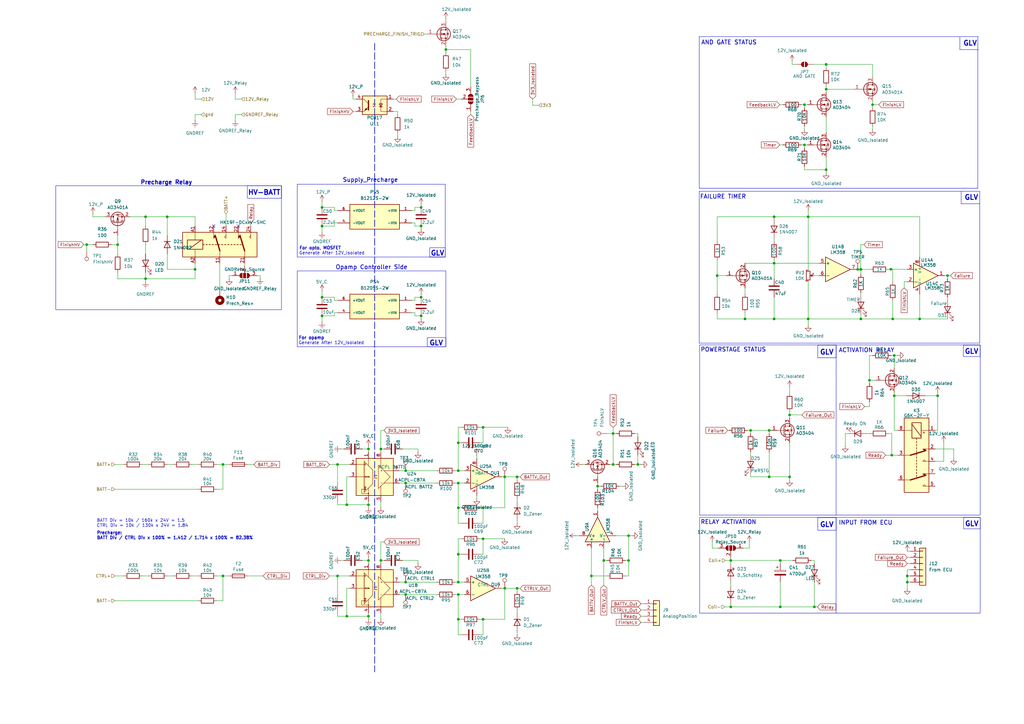
<source format=kicad_sch>
(kicad_sch (version 20250114) (generator "eeschema") (generator_version "9.0")
  (paper "A3")
  (rectangle (start 395.1224 141.5288) (end 401.9804 146.2278))
  (rectangle (start 395.2017 212.22) (end 402.0597 216.919))
  (rectangle (start 286.9438 212.217) (end 402.0058 251.46))
  (rectangle (start 121.92 75.565) (end 182.626 105.41))
  (rectangle (start 22.86 76.2) (end 115.443 127))
  (rectangle (start 335.4324 212.2678) (end 342.9254 217.4748))
  (rectangle (start 335.4324 141.5288) (end 342.9254 146.7358))
  (rectangle (start 175.26 138.43) (end 182.88 142.24))
  (rectangle (start 121.92 111.125) (end 182.88 142.24))
  (rectangle (start 101.473 76.2) (end 115.443 81.28))
  (rectangle (start 176.276 101.6) (end 182.626 105.41))
  (rectangle (start 286.9438 141.478) (end 402.0058 211.2518))
  (text "Opamp Controller Side" (at 152.4 110.744 0) (effects (font (size 1.7 1.7) (thickness 0.254) (bold yes)) (justify bottom)))
  (text "GLV" (at 395.5796 145.4658 0) (effects (font (size 2 2) (bold yes)) (justify left bottom)))
  (text "Generate After 12V_Isolated" (at 135.89 141.478 0) (effects (font (size 1.27 1.27)) (justify bottom)))
  (text "GLV" (at 176.022 141.986 0) (effects (font (size 2 2) (bold yes)) (justify left bottom)))
  (text "ACTIVATION RELAY" (at 343.916 144.78 0) (effects (font (size 1.7 1.7) (thickness 0.254) (bold yes)) (justify left bottom)))
  (text "For opto, MOSFET" (at 131.318 102.616 0) (effects (font (size 1.27 1.27) (thickness 0.254) (bold yes)) (justify bottom)))
  (text "Supply_Precharge" (at 151.892 74.93 0) (effects (font (size 1.7 1.7) (thickness 0.254) (bold yes)) (justify bottom)))
  (text "Precharge: \nBATT Div / CTRL Div x 100% = 1.412 / 1.714 x 100% = 82.38%" (at 39.624 219.71 0) (effects (font (size 1.27 1.27) (thickness 0.254) (bold yes)) (justify left)))
  (text "GLV" (at 395.478 82.296 0) (effects (font (size 2.0066 2.0066) (thickness 0.4013) (bold yes)) (justify left bottom)))
  (text "AND GATE STATUS" (at 287.528 18.542 0) (effects (font (size 1.7 1.7) (thickness 0.254) (bold yes)) (justify left bottom)))
  (text "GLV" (at 176.53 105.156 0) (effects (font (size 2 2) (bold yes)) (justify left bottom)))
  (text "GLV" (at 395.6589 216.157 0) (effects (font (size 2 2) (bold yes)) (justify left bottom)))
  (text "POWERSTAGE STATUS" (at 287.274 144.526 0) (effects (font (size 1.7 1.7) (thickness 0.254) (bold yes)) (justify left bottom)))
  (text "HV-BATT" (at 101.6 80.264 0) (effects (font (size 2 2) (bold yes)) (justify left bottom)))
  (text "GLV" (at 336.1944 216.5096 0) (effects (font (size 2 2) (bold yes)) (justify left bottom)))
  (text "BATT Div = 10k / 160k x 24V = 1.5\nCTRL Div = 10k / 130k x 24V = 1.84\n" (at 39.624 214.63 0) (effects (font (size 1.27 1.27)) (justify left)))
  (text "RELAY ACTIVATION" (at 287.274 215.265 0) (effects (font (size 1.7 1.7) (thickness 0.254) (bold yes)) (justify left bottom)))
  (text "For opamp" (at 127.762 139.446 0) (effects (font (size 1.27 1.27) (thickness 0.254) (bold yes)) (justify bottom)))
  (text "Precharge Relay" (at 57.531 75.946 0) (effects (font (size 1.7 1.7) (bold yes)) (justify left bottom)))
  (text "FAILURE TIMER" (at 287.02 81.788 0) (effects (font (size 1.7 1.7) (thickness 0.254) (bold yes)) (justify left bottom)))
  (text "INPUT FROM ECU" (at 343.916 215.519 0) (effects (font (size 1.7 1.7) (thickness 0.254) (bold yes)) (justify left bottom)))
  (text "GLV" (at 394.97 19.05 0) (effects (font (size 2.0066 2.0066) (thickness 0.4013) (bold yes)) (justify left bottom)))
  (text "GLV" (at 336.1944 145.7706 0) (effects (font (size 2 2) (bold yes)) (justify left bottom)))
  (text "Generate After 12V_Isolated" (at 136.144 104.648 0) (effects (font (size 1.27 1.27)) (justify bottom)))
  (junction (at 251.46 177.8))
  (junction (at 166.37 238.76))
  (junction (at 138.43 236.22))
  (junction (at 198.12 208.28))
  (junction (at 207.01 195.58))
  (junction (at 366.141 130.81))
  (junction (at 334.01 248.92))
  (junction (at 247.65 229.87))
  (junction (at 198.12 175.26))
  (junction (at 353.06 110.49))
  (junction (at 388.62 113.03))
  (junction (at 156.21 184.15))
  (junction (at 151.13 184.15))
  (junction (at 317.5 88.9))
  (junction (at 245.11 199.39))
  (junction (at 187.96 238.76))
  (junction (at 307.848 176.53))
  (junction (at 372.11 236.22))
  (junction (at 353.0854 110.49))
  (junction (at 182.88 20.32))
  (junction (at 166.37 198.12))
  (junction (at 151.13 207.01))
  (junction (at 59.69 114.3))
  (junction (at 261.62 190.5))
  (junction (at 251.46 190.5))
  (junction (at 351.79 110.49))
  (junction (at 315.468 195.58))
  (junction (at 156.21 229.87))
  (junction (at 377.19 130.81))
  (junction (at 317.5 130.81))
  (junction (at 91.44 190.5))
  (junction (at 151.13 229.87))
  (junction (at 138.43 190.5))
  (junction (at 187.96 198.12))
  (junction (at 172.72 85.09))
  (junction (at 317.5 107.95))
  (junction (at 187.96 254))
  (junction (at 68.58 88.9))
  (junction (at 48.26 100.33))
  (junction (at 357.886 42.926))
  (junction (at 187.96 181.61))
  (junction (at 142.24 252.73))
  (junction (at 80.01 110.49))
  (junction (at 338.836 26.416))
  (junction (at 166.37 243.84))
  (junction (at 365.379 110.4392))
  (junction (at 172.72 121.92))
  (junction (at 299.72 229.87))
  (junction (at 366.776 145.796))
  (junction (at 315.468 176.53))
  (junction (at 294.132 113.03))
  (junction (at 353.0854 130.81))
  (junction (at 323.85 195.58))
  (junction (at 132.08 129.54))
  (junction (at 207.01 241.3))
  (junction (at 59.69 88.9))
  (junction (at 242.57 236.22))
  (junction (at 329.946 42.926))
  (junction (at 142.24 207.01))
  (junction (at 320.04 229.87))
  (junction (at 331.47 88.9))
  (junction (at 132.08 92.71))
  (junction (at 198.12 254))
  (junction (at 257.81 219.71))
  (junction (at 257.81 229.87))
  (junction (at 132.08 121.92))
  (junction (at 187.96 193.04))
  (junction (at 338.836 69.596))
  (junction (at 35.56 100.33))
  (junction (at 91.44 236.22))
  (junction (at 320.04 248.92))
  (junction (at 172.72 92.71))
  (junction (at 187.96 227.33))
  (junction (at 305.562 130.81))
  (junction (at 132.08 85.09))
  (junction (at 187.96 243.84))
  (junction (at 366.776 162.306))
  (junction (at 329.946 59.436))
  (junction (at 187.96 208.28))
  (junction (at 384.556 162.306))
  (junction (at 151.13 252.73))
  (junction (at 172.72 129.54))
  (junction (at 372.11 238.76))
  (junction (at 198.12 220.98))
  (junction (at 338.836 36.576))
  (junction (at 212.09 241.3))
  (junction (at 356.616 155.956))
  (junction (at 212.09 195.58))
  (junction (at 166.37 193.04))
  (junction (at 331.47 130.81))
  (junction (at 323.85 170.18))
  (junction (at 299.72 248.92))
  (junction (at 365.76 186.69))
  (no_connect (at 87.63 92.71))
  (no_connect (at 97.79 92.71))
  (wire (pts (xy 261.62 177.8) (xy 261.62 179.07)))
  (wire (pts (xy 320.04 248.92) (xy 334.01 248.92)))
  (wire (pts (xy 156.21 222.25) (xy 156.21 229.87)))
  (wire (pts (xy 132.08 129.54) (xy 132.08 132.08)))
  (wire (pts (xy 156.21 176.53) (xy 157.48 176.53)))
  (wire (pts (xy 198.12 254) (xy 196.85 254)))
  (wire (pts (xy 163.068 45.72) (xy 161.29 45.72)))
  (wire (pts (xy 353.0854 121.3612) (xy 353.0854 120.0912)))
  (wire (pts (xy 48.26 114.3) (xy 59.69 114.3)))
  (wire (pts (xy 151.13 182.88) (xy 151.13 184.15)))
  (wire (pts (xy 212.09 241.3) (xy 213.36 241.3)))
  (wire (pts (xy 163.83 243.84) (xy 166.37 243.84)))
  (wire (pts (xy 366.141 130.81) (xy 377.19 130.81)))
  (wire (pts (xy 307.848 194.31) (xy 307.848 195.58)))
  (wire (pts (xy 338.836 64.516) (xy 338.836 69.596)))
  (wire (pts (xy 307.34 224.79) (xy 307.34 222.25)))
  (wire (pts (xy 323.85 195.58) (xy 323.85 196.85)))
  (wire (pts (xy 307.848 186.69) (xy 307.848 185.42)))
  (wire (pts (xy 132.08 121.92) (xy 132.08 119.38)))
  (polyline (pts (xy 394.208 83.566) (xy 401.828 83.566)))
  (wire (pts (xy 297.434 229.87) (xy 299.72 229.87)))
  (wire (pts (xy 328.676 42.926) (xy 329.946 42.926)))
  (wire (pts (xy 242.57 224.79) (xy 242.57 236.22)))
  (wire (pts (xy 329.946 69.596) (xy 338.836 69.596)))
  (wire (pts (xy 351.79 110.49) (xy 353.06 110.49)))
  (wire (pts (xy 144.78 40.64) (xy 146.05 40.64)))
  (wire (pts (xy 338.836 70.866) (xy 338.836 69.596)))
  (wire (pts (xy 334.01 231.14) (xy 334.01 229.87)))
  (wire (pts (xy 198.12 208.28) (xy 196.85 208.28)))
  (wire (pts (xy 324.866 26.416) (xy 326.136 26.416)))
  (wire (pts (xy 137.16 85.09) (xy 137.16 86.36)))
  (wire (pts (xy 207.01 241.3) (xy 212.09 241.3)))
  (wire (pts (xy 365.379 110.4392) (xy 366.141 110.4392)))
  (wire (pts (xy 144.78 45.72) (xy 146.05 45.72)))
  (wire (pts (xy 172.72 83.82) (xy 172.72 85.09)))
  (wire (pts (xy 96.52 40.64) (xy 99.06 40.64)))
  (wire (pts (xy 317.5 97.79) (xy 317.5 99.06)))
  (wire (pts (xy 186.69 238.76) (xy 187.96 238.76)))
  (wire (pts (xy 365.379 110.4392) (xy 370.84 110.49)))
  (wire (pts (xy 294.132 128.27) (xy 294.132 130.81)))
  (wire (pts (xy 142.24 195.58) (xy 142.24 207.01)))
  (wire (pts (xy 187.198 40.64) (xy 189.23 40.64)))
  (wire (pts (xy 372.11 228.6) (xy 373.38 228.6)))
  (wire (pts (xy 59.69 111.76) (xy 59.69 114.3)))
  (wire (pts (xy 196.85 181.61) (xy 198.12 181.61)))
  (wire (pts (xy 252.73 177.8) (xy 251.46 177.8)))
  (wire (pts (xy 80.01 49.53) (xy 80.01 46.99)))
  (wire (pts (xy 307.848 176.53) (xy 315.468 176.53)))
  (wire (pts (xy 59.69 114.3) (xy 59.69 115.57)))
  (wire (pts (xy 329.946 59.436) (xy 329.946 60.706)))
  (wire (pts (xy 151.13 252.73) (xy 151.13 254)))
  (wire (pts (xy 294.132 88.9) (xy 294.132 99.06)))
  (polyline (pts (xy 286.766 78.486) (xy 286.766 140.716)))
  (wire (pts (xy 338.836 48.006) (xy 338.836 54.356)))
  (wire (pts (xy 365.76 177.8) (xy 365.76 186.69)))
  (wire (pts (xy 331.47 88.9) (xy 377.19 88.9)))
  (wire (pts (xy 46.99 236.22) (xy 50.8 236.22)))
  (wire (pts (xy 377.19 120.65) (xy 377.19 130.81)))
  (wire (pts (xy 68.58 88.9) (xy 68.58 96.52)))
  (wire (pts (xy 370.84 115.57) (xy 370.84 118.11)))
  (wire (pts (xy 170.18 121.92) (xy 172.72 121.92)))
  (wire (pts (xy 356.616 155.956) (xy 356.616 145.796)))
  (wire (pts (xy 35.56 100.33) (xy 38.1 100.33)))
  (wire (pts (xy 138.43 236.22) (xy 143.51 236.22)))
  (wire (pts (xy 372.11 231.14) (xy 373.38 231.14)))
  (wire (pts (xy 323.85 170.18) (xy 323.85 168.91)))
  (wire (pts (xy 338.836 27.686) (xy 338.836 26.416)))
  (wire (pts (xy 132.08 85.09) (xy 132.08 82.55)))
  (wire (pts (xy 80.01 46.99) (xy 82.55 46.99)))
  (wire (pts (xy 218.44 40.64) (xy 218.44 43.18)))
  (wire (pts (xy 173.99 13.97) (xy 175.26 13.97)))
  (wire (pts (xy 334.01 248.92) (xy 335.28 248.92)))
  (wire (pts (xy 172.72 129.54) (xy 170.18 129.54)))
  (wire (pts (xy 156.21 185.42) (xy 156.21 184.15)))
  (wire (pts (xy 151.13 207.01) (xy 151.13 208.28)))
  (wire (pts (xy 354.33 100.33) (xy 353.06 100.33)))
  (wire (pts (xy 142.24 207.01) (xy 151.13 207.01)))
  (wire (pts (xy 371.856 162.306) (xy 366.776 162.306)))
  (wire (pts (xy 331.47 88.9) (xy 331.47 110.49)))
  (wire (pts (xy 170.18 92.71) (xy 170.18 91.44)))
  (wire (pts (xy 34.29 100.33) (xy 35.56 100.33)))
  (wire (pts (xy 163.068 54.61) (xy 163.068 55.88)))
  (wire (pts (xy 138.43 251.46) (xy 138.43 252.73)))
  (wire (pts (xy 58.42 190.5) (xy 60.96 190.5)))
  (wire (pts (xy 196.85 220.98) (xy 198.12 220.98)))
  (wire (pts (xy 142.24 241.3) (xy 142.24 252.73)))
  (wire (pts (xy 391.16 184.15) (xy 391.16 187.96)))
  (wire (pts (xy 365.76 177.8) (xy 364.49 177.8)))
  (wire (pts (xy 172.72 92.71) (xy 172.72 93.98)))
  (wire (pts (xy 260.35 190.5) (xy 261.62 190.5)))
  (wire (pts (xy 91.44 246.38) (xy 91.44 236.22)))
  (wire (pts (xy 357.886 31.496) (xy 357.886 26.416)))
  (wire (pts (xy 372.11 233.68) (xy 373.38 233.68)))
  (wire (pts (xy 357.886 42.926) (xy 357.886 44.196)))
  (wire (pts (xy 307.848 195.58) (xy 315.468 195.58)))
  (wire (pts (xy 257.81 236.22) (xy 257.81 229.87)))
  (wire (pts (xy 166.37 243.84) (xy 179.07 243.84)))
  (wire (pts (xy 161.29 40.64) (xy 162.56 40.64)))
  (wire (pts (xy 151.13 185.42) (xy 151.13 184.15)))
  (wire (pts (xy 299.72 229.87) (xy 320.04 229.87)))
  (wire (pts (xy 205.74 241.3) (xy 207.01 241.3)))
  (wire (pts (xy 315.468 177.8) (xy 315.468 176.53)))
  (wire (pts (xy 187.96 260.35) (xy 187.96 254)))
  (wire (pts (xy 137.16 86.36) (xy 138.43 86.36)))
  (wire (pts (xy 187.96 227.33) (xy 187.96 238.76)))
  (wire (pts (xy 171.45 184.15) (xy 165.1 184.15)))
  (wire (pts (xy 336.042 113.03) (xy 334.01 113.03)))
  (wire (pts (xy 198.12 260.35) (xy 198.12 254)))
  (wire (pts (xy 187.96 220.98) (xy 187.96 227.33)))
  (wire (pts (xy 319.786 42.926) (xy 321.056 42.926)))
  (wire (pts (xy 163.83 238.76) (xy 166.37 238.76)))
  (wire (pts (xy 140.97 229.87) (xy 139.7 229.87)))
  (wire (pts (xy 163.83 198.12) (xy 166.37 198.12)))
  (wire (pts (xy 245.11 200.66) (xy 245.11 199.39)))
  (wire (pts (xy 264.16 247.65) (xy 262.89 247.65)))
  (wire (pts (xy 366.776 145.796) (xy 368.046 145.796)))
  (wire (pts (xy 142.24 252.73) (xy 151.13 252.73)))
  (wire (pts (xy 78.74 236.22) (xy 81.28 236.22)))
  (wire (pts (xy 186.69 198.12) (xy 187.96 198.12)))
  (wire (pts (xy 137.16 128.27) (xy 138.43 128.27)))
  (wire (pts (xy 218.44 43.18) (xy 220.98 43.18)))
  (wire (pts (xy 187.96 214.63) (xy 187.96 208.28)))
  (wire (pts (xy 100.33 107.95) (xy 100.33 109.22)))
  (wire (pts (xy 198.12 214.63) (xy 198.12 208.28)))
  (wire (pts (xy 315.468 176.53) (xy 316.23 176.53)))
  (wire (pts (xy 170.18 121.92) (xy 170.18 123.19)))
  (wire (pts (xy 189.23 208.28) (xy 187.96 208.28)))
  (wire (pts (xy 366.141 110.4392) (xy 366.141 115.6716)))
  (wire (pts (xy 156.21 251.46) (xy 156.21 254)))
  (wire (pts (xy 189.23 227.33) (xy 187.96 227.33)))
  (wire (pts (xy 189.23 175.26) (xy 187.96 175.26)))
  (wire (pts (xy 331.47 133.35) (xy 331.47 130.81)))
  (wire (pts (xy 187.96 238.76) (xy 190.5 238.76)))
  (wire (pts (xy 364.49 110.49) (xy 365.252 110.4392)))
  (wire (pts (xy 357.886 42.926) (xy 360.426 42.926)))
  (wire (pts (xy 372.11 236.22) (xy 372.11 238.76)))
  (wire (pts (xy 384.556 176.53) (xy 384.556 162.306)))
  (wire (pts (xy 95.25 113.03) (xy 93.98 113.03)))
  (wire (pts (xy 212.09 241.3) (xy 212.09 242.57)))
  (wire (pts (xy 388.62 114.3) (xy 388.62 113.03)))
  (wire (pts (xy 96.52 38.1) (xy 96.52 40.64)))
  (wire (pts (xy 294.132 113.03) (xy 294.132 106.68)))
  (wire (pts (xy 370.84 115.57) (xy 372.11 115.57)))
  (wire (pts (xy 305.562 130.81) (xy 317.5 130.81)))
  (wire (pts (xy 137.16 92.71) (xy 137.16 91.44)))
  (wire (pts (xy 356.616 157.226) (xy 356.616 155.956)))
  (wire (pts (xy 68.58 190.5) (xy 71.12 190.5)))
  (wire (pts (xy 78.74 190.5) (xy 81.28 190.5)))
  (polyline (pts (xy 401.828 78.486) (xy 401.828 140.716)))
  (wire (pts (xy 182.88 19.05) (xy 182.88 20.32)))
  (wire (pts (xy 166.37 238.76) (xy 179.07 238.76)))
  (wire (pts (xy 151.13 251.46) (xy 151.13 252.73)))
  (wire (pts (xy 306.578 176.53) (xy 307.848 176.53)))
  (wire (pts (xy 91.44 190.5) (xy 93.98 190.5)))
  (wire (pts (xy 353.0854 112.4712) (xy 353.0854 110.49)))
  (wire (pts (xy 170.18 85.09) (xy 170.18 86.36)))
  (wire (pts (xy 96.52 46.99) (xy 99.06 46.99)))
  (wire (pts (xy 319.786 59.436) (xy 321.056 59.436)))
  (wire (pts (xy 207.01 195.58) (xy 207.01 208.28)))
  (wire (pts (xy 245.11 209.55) (xy 245.11 208.28)))
  (wire (pts (xy 346.71 182.88) (xy 346.71 177.8)))
  (wire (pts (xy 132.08 92.71) (xy 137.16 92.71)))
  (wire (pts (xy 351.282 110.49) (xy 351.79 110.49)))
  (wire (pts (xy 383.54 184.15) (xy 391.16 184.15)))
  (wire (pts (xy 59.69 88.9) (xy 59.69 92.71)))
  (wire (pts (xy 132.08 129.54) (xy 137.16 129.54)))
  (wire (pts (xy 307.848 176.53) (xy 307.848 177.8)))
  (wire (pts (xy 48.26 100.33) (xy 48.26 104.14)))
  (wire (pts (xy 92.71 87.63) (xy 92.71 92.71)))
  (wire (pts (xy 366.141 123.2916) (xy 366.141 130.81)))
  (wire (pts (xy 329.946 42.926) (xy 331.216 42.926)))
  (wire (pts (xy 357.886 41.656) (xy 357.886 42.926)))
  (wire (pts (xy 151.13 231.14) (xy 151.13 229.87)))
  (wire (pts (xy 317.5 106.68) (xy 317.5 107.95)))
  (wire (pts (xy 323.85 181.61) (xy 323.85 195.58)))
  (wire (pts (xy 138.43 207.01) (xy 142.24 207.01)))
  (wire (pts (xy 171.45 185.42) (xy 171.45 184.15)))
  (wire (pts (xy 151.13 228.6) (xy 151.13 229.87)))
  (wire (pts (xy 151.13 184.15) (xy 148.59 184.15)))
  (wire (pts (xy 372.11 236.22) (xy 373.38 236.22)))
  (wire (pts (xy 91.44 200.66) (xy 91.44 190.5)))
  (wire (pts (xy 106.68 114.3) (xy 106.68 113.03)))
  (wire (pts (xy 372.11 238.76) (xy 373.38 238.76)))
  (wire (pts (xy 357.886 26.416) (xy 338.836 26.416)))
  (wire (pts (xy 195.58 203.2) (xy 195.58 204.47)))
  (wire (pts (xy 46.99 190.5) (xy 50.8 190.5)))
  (wire (pts (xy 48.26 100.33) (xy 45.72 100.33)))
  (wire (pts (xy 363.22 186.69) (xy 365.76 186.69)))
  (wire (pts (xy 299.72 247.65) (xy 299.72 248.92)))
  (wire (pts (xy 365.506 145.796) (xy 366.776 145.796)))
  (wire (pts (xy 189.23 181.61) (xy 187.96 181.61)))
  (wire (pts (xy 102.87 91.44) (xy 102.87 92.71)))
  (wire (pts (xy 80.01 88.9) (xy 80.01 92.71)))
  (wire (pts (xy 294.132 113.03) (xy 294.132 120.65)))
  (wire (pts (xy 305.562 107.95) (xy 317.5 107.95)))
  (wire (pts (xy 298.45 176.53) (xy 298.958 176.53)))
  (wire (pts (xy 264.16 250.19) (xy 262.89 250.19)))
  (wire (pts (xy 252.73 219.71) (xy 257.81 219.71)))
  (wire (pts (xy 305.562 120.65) (xy 305.562 118.11)))
  (wire (pts (xy 242.57 240.03) (xy 242.57 236.22)))
  (wire (pts (xy 238.76 190.5) (xy 240.03 190.5)))
  (wire (pts (xy 93.98 113.03) (xy 93.98 114.3)))
  (wire (pts (xy 143.51 241.3) (xy 142.24 241.3)))
  (wire (pts (xy 170.18 123.19) (xy 168.91 123.19)))
  (wire (pts (xy 80.01 110.49) (xy 80.01 114.3)))
  (wire (pts (xy 140.97 184.15) (xy 139.7 184.15)))
  (wire (pts (xy 387.096 189.23) (xy 383.54 189.23)))
  (wire (pts (xy 261.62 190.5) (xy 261.62 186.69)))
  (wire (pts (xy 171.45 229.87) (xy 165.1 229.87)))
  (wire (pts (xy 388.62 113.03) (xy 389.89 113.03)))
  (wire (pts (xy 212.09 195.58) (xy 213.36 195.58)))
  (wire (pts (xy 187.96 243.84) (xy 190.5 243.84)))
  (wire (pts (xy 138.43 252.73) (xy 142.24 252.73)))
  (wire (pts (xy 247.65 229.87) (xy 247.65 224.79)))
  (wire (pts (xy 373.38 226.06) (xy 372.11 226.06)))
  (wire (pts (xy 257.81 229.87) (xy 257.81 219.71)))
  (wire (pts (xy 90.17 107.95) (xy 90.17 119.38)))
  (wire (pts (xy 48.26 96.52) (xy 48.26 100.33)))
  (wire (pts (xy 346.71 177.8) (xy 347.98 177.8)))
  (wire (pts (xy 156.21 222.25) (xy 157.48 222.25)))
  (wire (pts (xy 356.616 166.751) (xy 356.616 164.846)))
  (wire (pts (xy 353.0854 110.49) (xy 356.87 110.49)))
  (wire (pts (xy 205.74 195.58) (xy 207.01 195.58)))
  (wire (pts (xy 198.12 220.98) (xy 207.01 220.98)))
  (wire (pts (xy 328.676 59.436) (xy 329.946 59.436)))
  (wire (pts (xy 58.42 236.22) (xy 60.96 236.22)))
  (wire (pts (xy 331.47 115.57) (xy 331.47 130.81)))
  (wire (pts (xy 329.946 44.196) (xy 329.946 42.926)))
  (wire (pts (xy 292.1 224.79) (xy 294.64 224.79)))
  (wire (pts (xy 68.58 236.22) (xy 71.12 236.22)))
  (wire (pts (xy 255.27 199.39) (xy 254 199.39)))
  (wire (pts (xy 91.44 190.5) (xy 88.9 190.5)))
  (wire (pts (xy 259.08 219.71) (xy 257.81 219.71)))
  (wire (pts (xy 366.776 145.796) (xy 366.776 150.876)))
  (wire (pts (xy 198.12 181.61) (xy 198.12 175.26)))
  (wire (pts (xy 198.12 208.28) (xy 207.01 208.28)))
  (wire (pts (xy 317.5 130.81) (xy 331.47 130.81)))
  (polyline (pts (xy 342.9254 212.2678) (xy 342.9 251.46)))
  (wire (pts (xy 252.73 190.5) (xy 251.46 190.5)))
  (wire (pts (xy 156.21 229.87) (xy 157.48 229.87)))
  (wire (pts (xy 356.616 155.956) (xy 359.156 155.956)))
  (wire (pts (xy 356.616 145.796) (xy 357.886 145.796)))
  (wire (pts (xy 372.11 238.76) (xy 372.11 241.3)))
  (wire (pts (xy 196.85 175.26) (xy 198.12 175.26)))
  (wire (pts (xy 338.836 36.576) (xy 338.836 37.846)))
  (wire (pts (xy 198.12 227.33) (xy 198.12 220.98)))
  (wire (pts (xy 387.096 181.356) (xy 387.096 189.23)))
  (wire (pts (xy 366.776 176.53) (xy 368.3 176.53)))
  (wire (pts (xy 135.128 190.5) (xy 138.43 190.5)))
  (wire (pts (xy 372.11 233.68) (xy 372.11 236.22)))
  (wire (pts (xy 353.06 110.49) (xy 353.0854 110.49)))
  (wire (pts (xy 189.23 260.35) (xy 187.96 260.35)))
  (polyline (pts (xy 153.67 17.78) (xy 153.67 275.59)) (stroke (width 0.254) (type dash)))
  (wire (pts (xy 317.5 107.95) (xy 336.042 107.95)))
  (wire (pts (xy 170.18 91.44) (xy 168.91 91.44)))
  (wire (pts (xy 323.85 158.75) (xy 323.85 161.29)))
  (wire (pts (xy 388.62 121.92) (xy 388.62 123.19)))
  (wire (pts (xy 138.43 190.5) (xy 138.43 198.12)))
  (wire (pts (xy 338.836 26.416) (xy 333.756 26.416)))
  (wire (pts (xy 189.23 254) (xy 187.96 254)))
  (wire (pts (xy 207.01 195.58) (xy 212.09 195.58)))
  (wire (pts (xy 187.96 193.04) (xy 190.5 193.04)))
  (wire (pts (xy 379.476 162.306) (xy 384.556 162.306)))
  (wire (pts (xy 294.132 130.81) (xy 305.562 130.81)))
  (wire (pts (xy 315.468 195.58) (xy 315.468 185.42)))
  (wire (pts (xy 137.16 123.19) (xy 138.43 123.19)))
  (wire (pts (xy 187.96 208.28) (xy 187.96 198.12)))
  (wire (pts (xy 193.04 20.32) (xy 193.04 35.56)))
  (wire (pts (xy 137.16 91.44) (xy 138.43 91.44)))
  (wire (pts (xy 48.26 111.76) (xy 48.26 114.3)))
  (wire (pts (xy 331.47 130.81) (xy 353.0854 130.81)))
  (wire (pts (xy 366.776 161.036) (xy 366.776 162.306)))
  (wire (pts (xy 305.562 128.27) (xy 305.562 130.81)))
  (wire (pts (xy 88.9 246.38) (xy 91.44 246.38)))
  (wire (pts (xy 151.13 205.74) (xy 151.13 207.01)))
  (wire (pts (xy 242.57 236.22) (xy 248.92 236.22)))
  (wire (pts (xy 245.11 199.39) (xy 245.11 198.12)))
  (wire (pts (xy 334.01 229.87) (xy 332.74 229.87)))
  (wire (pts (xy 143.51 195.58) (xy 142.24 195.58)))
  (wire (pts (xy 38.1 88.9) (xy 43.18 88.9)))
  (wire (pts (xy 170.18 129.54) (xy 170.18 128.27)))
  (wire (pts (xy 323.85 170.18) (xy 328.93 170.18)))
  (wire (pts (xy 377.19 88.9) (xy 377.19 105.41)))
  (wire (pts (xy 101.6 236.22) (xy 107.95 236.22)))
  (wire (pts (xy 196.85 260.35) (xy 198.12 260.35)))
  (wire (pts (xy 80.01 107.95) (xy 80.01 110.49)))
  (wire (pts (xy 329.946 53.086) (xy 329.946 51.816)))
  (polyline (pts (xy 394.208 78.486) (xy 394.208 83.566)))
  (wire (pts (xy 156.21 184.15) (xy 157.48 184.15)))
  (wire (pts (xy 353.0854 128.9812) (xy 353.0854 130.81)))
  (wire (pts (xy 246.38 199.39) (xy 245.11 199.39)))
  (wire (pts (xy 356.87 177.8) (xy 355.6 177.8)))
  (wire (pts (xy 189.23 214.63) (xy 187.96 214.63)))
  (wire (pts (xy 182.88 29.21) (xy 182.88 30.48)))
  (wire (pts (xy 212.09 259.08) (xy 212.09 260.35)))
  (wire (pts (xy 35.56 100.33) (xy 35.56 102.87)))
  (wire (pts (xy 353.0854 130.81) (xy 366.141 130.81)))
  (wire (pts (xy 196.85 214.63) (xy 198.12 214.63)))
  (wire (pts (xy 170.18 128.27) (xy 168.91 128.27)))
  (wire (pts (xy 329.946 59.436) (xy 331.216 59.436)))
  (polyline (pts (xy 286.766 78.486) (xy 401.828 78.486)))
  (wire (pts (xy 251.46 190.5) (xy 250.19 190.5)))
  (wire (pts (xy 170.18 85.09) (xy 172.72 85.09)))
  (wire (pts (xy 338.836 36.576) (xy 350.266 36.576)))
  (wire (pts (xy 384.556 161.036) (xy 384.556 162.306)))
  (wire (pts (xy 182.88 20.32) (xy 182.88 21.59)))
  (wire (pts (xy 156.21 205.74) (xy 156.21 208.28)))
  (wire (pts (xy 292.1 222.25) (xy 292.1 224.79)))
  (wire (pts (xy 212.09 205.74) (xy 212.09 204.47)))
  (wire (pts (xy 294.132 88.9) (xy 317.5 88.9)))
  (wire (pts (xy 59.69 114.3) (xy 80.01 114.3)))
  (wire (pts (xy 377.19 130.81) (xy 388.62 130.81)))
  (wire (pts (xy 144.78 39.37) (xy 144.78 40.64)))
  (polyline (pts (xy 286.766 14.986) (xy 401.32 14.986)))
  (wire (pts (xy 138.43 236.22) (xy 138.43 243.84)))
  (wire (pts (xy 212.09 213.36) (xy 212.09 214.63)))
  (wire (pts (xy 294.132 113.03) (xy 297.942 113.03)))
  (wire (pts (xy 387.35 113.03) (xy 388.62 113.03)))
  (wire (pts (xy 46.99 200.66) (xy 81.28 200.66)))
  (wire (pts (xy 193.04 20.32) (xy 182.88 20.32)))
  (wire (pts (xy 299.72 238.76) (xy 299.72 240.03)))
  (wire (pts (xy 163.83 193.04) (xy 166.37 193.04)))
  (wire (pts (xy 317.5 88.9) (xy 317.5 90.17)))
  (wire (pts (xy 132.08 121.92) (xy 137.16 121.92)))
  (wire (pts (xy 163.068 46.99) (xy 163.068 45.72)))
  (wire (pts (xy 323.85 171.45) (xy 323.85 170.18)))
  (wire (pts (xy 187.96 198.12) (xy 190.5 198.12)))
  (wire (pts (xy 187.96 181.61) (xy 187.96 193.04)))
  (wire (pts (xy 156.21 176.53) (xy 156.21 184.15)))
  (wire (pts (xy 59.69 88.9) (xy 68.58 88.9)))
  (wire (pts (xy 329.946 69.596) (xy 329.946 68.326)))
  (wire (pts (xy 137.16 129.54) (xy 137.16 128.27)))
  (wire (pts (xy 46.99 246.38) (xy 81.28 246.38)))
  (wire (pts (xy 187.96 254) (xy 187.96 243.84)))
  (wire (pts (xy 324.866 26.416) (xy 324.866 25.146)))
  (wire (pts (xy 299.72 248.92) (xy 320.04 248.92)))
  (wire (pts (xy 80.01 40.64) (xy 82.55 40.64)))
  (wire (pts (xy 170.18 86.36) (xy 168.91 86.36)))
  (wire (pts (xy 166.37 193.04) (xy 179.07 193.04)))
  (wire (pts (xy 207.01 254) (xy 207.01 241.3)))
  (wire (pts (xy 299.72 228.6) (xy 299.72 229.87)))
  (wire (pts (xy 251.46 177.8) (xy 251.46 190.5)))
  (wire (pts (xy 315.468 195.58) (xy 323.85 195.58)))
  (polyline (pts (xy 393.7 20.32) (xy 401.32 20.32)))
  (wire (pts (xy 212.09 251.46) (xy 212.09 250.19)))
  (wire (pts (xy 195.58 186.69) (xy 195.58 187.96)))
  (wire (pts (xy 247.65 229.87) (xy 248.92 229.87)))
  (wire (pts (xy 256.54 229.87) (xy 257.81 229.87)))
  (wire (pts (xy 196.85 227.33) (xy 198.12 227.33)))
  (wire (pts (xy 138.43 205.74) (xy 138.43 207.01)))
  (wire (pts (xy 366.776 162.306) (xy 366.776 176.53)))
  (wire (pts (xy 365.76 186.69) (xy 368.3 186.69)))
  (wire (pts (xy 331.47 86.36) (xy 331.47 88.9)))
  (wire (pts (xy 256.54 236.22) (xy 257.81 236.22)))
  (wire (pts (xy 186.69 193.04) (xy 187.96 193.04)))
  (wire (pts (xy 198.12 175.26) (xy 208.28 175.26)))
  (wire (pts (xy 135.128 236.22) (xy 138.43 236.22)))
  (wire (pts (xy 264.16 255.27) (xy 262.89 255.27)))
  (polyline (pts (xy 286.766 77.216) (xy 401.066 77.216)))
  (wire (pts (xy 338.836 35.306) (xy 338.836 36.576)))
  (wire (pts (xy 182.88 7.62) (xy 182.88 8.89)))
  (wire (pts (xy 299.72 248.92) (xy 297.18 248.92)))
  (wire (pts (xy 106.68 113.03) (xy 105.41 113.03)))
  (wire (pts (xy 80.01 38.1) (xy 80.01 40.64)))
  (wire (pts (xy 187.96 175.26) (xy 187.96 181.61)))
  (wire (pts (xy 353.06 100.33) (xy 353.06 110.49)))
  (wire (pts (xy 189.23 220.98) (xy 187.96 220.98)))
  (polyline (pts (xy 342.9254 141.5288) (xy 342.9 211.201)))
  (wire (pts (xy 334.01 238.76) (xy 334.01 248.92)))
  (wire (pts (xy 251.46 177.8) (xy 251.46 175.26)))
  (wire (pts (xy 299.72 231.14) (xy 299.72 229.87)))
  (wire (pts (xy 171.45 231.14) (xy 171.45 229.87)))
  (wire (pts (xy 96.52 49.53) (xy 96.52 46.99)))
  (wire (pts (xy 91.44 236.22) (xy 93.98 236.22)))
  (wire (pts (xy 91.44 236.22) (xy 88.9 236.22)))
  (wire (pts (xy 236.22 219.71) (xy 237.49 219.71)))
  (wire (pts (xy 172.72 120.65) (xy 172.72 121.92)))
  (wire (pts (xy 172.72 129.54) (xy 172.72 130.81)))
  (wire (pts (xy 138.43 190.5) (xy 143.51 190.5)))
  (wire (pts (xy 80.01 110.49) (xy 68.58 110.49)))
  (polyline (pts (xy 401.066 15.24) (xy 401.066 77.216)))
  (wire (pts (xy 304.8 224.79) (xy 307.34 224.79)))
  (wire (pts (xy 261.62 190.5) (xy 262.89 190.5)))
  (wire (pts (xy 264.16 252.73) (xy 262.89 252.73)))
  (wire (pts (xy 383.54 176.53) (xy 384.556 176.53)))
  (wire (pts (xy 365.252 110.4392) (xy 365.379 110.4392)))
  (wire (pts (xy 53.34 88.9) (xy 59.69 88.9)))
  (wire (pts (xy 317.5 121.92) (xy 317.5 130.81)))
  (wire (pts (xy 357.886 51.816) (xy 357.886 53.086)))
  (wire (pts (xy 68.58 88.9) (xy 80.01 88.9)))
  (wire (pts (xy 166.37 198.12) (xy 179.07 198.12)))
  (wire (pts (xy 193.04 45.72) (xy 193.04 46.99)))
  (wire (pts (xy 320.04 229.87) (xy 320.04 231.14)))
  (wire (pts (xy 198.12 254) (xy 207.01 254)))
  (wire (pts (xy 68.58 110.49) (xy 68.58 104.14)))
  (wire (pts (xy 156.21 231.14) (xy 156.21 229.87)))
  (wire (pts (xy 261.62 177.8) (xy 260.35 177.8)))
  (wire (pts (xy 172.72 92.71) (xy 170.18 92.71)))
  (wire (pts (xy 317.5 88.9) (xy 331.47 88.9)))
  (wire (pts (xy 132.08 85.09) (xy 137.16 85.09)))
  (wire (pts (xy 320.04 238.76) (xy 320.04 248.92)))
  (wire (pts (xy 88.9 200.66) (xy 91.44 200.66)))
  (polyline (pts (xy 286.766 140.716) (xy 401.828 140.716)))
  (wire (pts (xy 354.584 166.751) (xy 356.616 166.751)))
  (polyline (pts (xy 286.766 14.986) (xy 286.766 77.216)))
  (wire (pts (xy 317.5 107.95) (xy 317.5 114.3)))
  (wire (pts (xy 320.04 229.87) (xy 325.12 229.87)))
  (wire (pts (xy 137.16 121.92) (xy 137.16 123.19)))
  (wire (pts (xy 370.84 110.49) (xy 372.11 110.49)))
  (wire (pts (xy 132.08 92.71) (xy 132.08 95.25)))
  (wire (pts (xy 151.13 229.87) (xy 148.59 229.87)))
  (wire (pts (xy 186.69 243.84) (xy 187.96 243.84)))
  (wire (pts (xy 38.1 87.63) (xy 38.1 88.9)))
  (wire (pts (xy 247.65 240.03) (xy 247.65 229.87)))
  (wire (pts (xy 248.92 177.8) (xy 251.46 177.8)))
  (wire (pts (xy 59.69 100.33) (xy 59.69 104.14)))
  (polyline (pts (xy 393.7 15.24) (xy 393.7 20.32)))
  (wire (pts (xy 212.09 196.85) (xy 212.09 195.58)))
  (wire (pts (xy 101.6 190.5) (xy 104.14 190.5)))
  (global_label "FeedbackLV" (shape input) (at 193.04 46.99 270) (property "Intersheetrefs" "${INTERSHEET_REFS}" (effects (hide yes))))
  (global_label "FeedbackLV" (shape input) (at 319.786 42.926 180) (property "Intersheetrefs" "${INTERSHEET_REFS}" (effects (hide yes))))
  (global_label "Ready" (shape input) (at 262.89 252.73 180) (property "Intersheetrefs" "${INTERSHEET_REFS}" (effects (hide yes))))
  (global_label "Failure_Out" (shape input) (at 328.93 170.18 0) (property "Intersheetrefs" "${INTERSHEET_REFS}" (effects (hide yes))))
  (global_label "FinishLV" (shape input) (at 360.426 42.926 0) (property "Intersheetrefs" "${INTERSHEET_REFS}" (effects (hide yes))))
  (global_label "BATTV_Out" (shape input) (at 213.36 195.58 0) (property "Intersheetrefs" "${INTERSHEET_REFS}" (effects (hide yes))))
  (global_label "CTRL_Div" (shape input) (at 107.95 236.22 0) (property "Intersheetrefs" "${INTERSHEET_REFS}" (effects (hide yes))))
  (global_label "BATTV_Out" (shape input) (at 262.89 247.65 180) (property "Intersheetrefs" "${INTERSHEET_REFS}" (effects (hide yes))))
  (global_label "CTRL_Div" (shape input) (at 135.128 236.22 180) (property "Intersheetrefs" "${INTERSHEET_REFS}" (effects (hide yes))))
  (global_label "BATT_Div" (shape input) (at 135.128 190.5 180) (property "Intersheetrefs" "${INTERSHEET_REFS}" (effects (hide yes))))
  (global_label "FinishLV" (shape input) (at 162.56 40.64 0) (property "Intersheetrefs" "${INTERSHEET_REFS}" (effects (hide yes))))
  (global_label "Failure" (shape input) (at 298.45 176.53 180) (property "Intersheetrefs" "${INTERSHEET_REFS}" (effects (hide yes))))
  (global_label "FinishLV" (shape input) (at 354.584 166.751 180) (property "Intersheetrefs" "${INTERSHEET_REFS}" (effects (hide yes))))
  (global_label "3V3_Isolated" (shape input) (at 218.44 40.64 90) (property "Intersheetrefs" "${INTERSHEET_REFS}" (effects (hide yes))))
  (global_label "FeedbackLV" (shape input) (at 251.46 175.26 90) (property "Intersheetrefs" "${INTERSHEET_REFS}" (effects (hide yes))))
  (global_label "Relay" (shape input) (at 102.87 91.44 90) (property "Intersheetrefs" "${INTERSHEET_REFS}" (effects (hide yes))))
  (global_label "Ready" (shape input) (at 363.22 186.69 180) (property "Intersheetrefs" "${INTERSHEET_REFS}" (effects (hide yes))))
  (global_label "Timer" (shape input) (at 354.33 100.33 0) (property "Intersheetrefs" "${INTERSHEET_REFS}" (effects (hide yes))))
  (global_label "3V3_Isolated" (shape input) (at 157.48 176.53 0) (property "Intersheetrefs" "${INTERSHEET_REFS}" (effects (hide yes))))
  (global_label "Ready" (shape input) (at 372.11 231.14 180) (property "Intersheetrefs" "${INTERSHEET_REFS}" (effects (hide yes))))
  (global_label "FinishLV" (shape input) (at 187.198 40.64 180) (property "Intersheetrefs" "${INTERSHEET_REFS}" (effects (hide yes))))
  (global_label "FinishLV" (shape input) (at 262.89 255.27 180) (property "Intersheetrefs" "${INTERSHEET_REFS}" (effects (hide yes))))
  (global_label "BATT_Div" (shape input) (at 104.14 190.5 0) (property "Intersheetrefs" "${INTERSHEET_REFS}" (effects (hide yes))))
  (global_label "Timer" (shape input) (at 319.786 59.436 180) (property "Intersheetrefs" "${INTERSHEET_REFS}" (effects (hide yes))))
  (global_label "Relay" (shape input) (at 335.28 248.92 0) (property "Intersheetrefs" "${INTERSHEET_REFS}" (effects (hide yes))))
  (global_label "CTRLV_Out" (shape input) (at 247.65 240.03 270) (property "Intersheetrefs" "${INTERSHEET_REFS}" (effects (hide yes))))
  (global_label "Failure_Out" (shape input) (at 372.11 228.6 180) (property "Intersheetrefs" "${INTERSHEET_REFS}" (effects (hide yes))))
  (global_label "FinishLV" (shape input) (at 370.84 118.11 270) (property "Intersheetrefs" "${INTERSHEET_REFS}" (effects (hide yes))))
  (global_label "BATTV_Out" (shape input) (at 242.57 240.03 270) (property "Intersheetrefs" "${INTERSHEET_REFS}" (effects (hide yes))))
  (global_label "3V3_Isolated" (shape input) (at 157.48 222.25 0) (property "Intersheetrefs" "${INTERSHEET_REFS}" (effects (hide yes))))
  (global_label "FinishHV" (shape input) (at 34.29 100.33 180) (property "Intersheetrefs" "${INTERSHEET_REFS}" (effects (hide yes))))
  (global_label "FinishHV" (shape input) (at 144.78 45.72 180) (property "Intersheetrefs" "${INTERSHEET_REFS}" (effects (hide yes))))
  (global_label "CTRLV_Out" (shape input) (at 262.89 250.19 180) (property "Intersheetrefs" "${INTERSHEET_REFS}" (effects (hide yes))))
  (global_label "CTRLV_Out" (shape input) (at 213.36 241.3 0) (property "Intersheetrefs" "${INTERSHEET_REFS}" (effects (hide yes))))
  (global_label "Failure" (shape input) (at 389.89 113.03 0) (property "Intersheetrefs" "${INTERSHEET_REFS}" (effects (hide yes))))
  (hierarchical_label "BATT+" (shape input) (at 46.99 190.5 180))
  (hierarchical_label "BATT-" (shape input) (at 46.99 200.66 180))
  (hierarchical_label "12V_Relay" (shape input) (at 99.06 40.64 0))
  (hierarchical_label "CTRL+" (shape input) (at 46.99 236.22 180))
  (hierarchical_label "PRECHARGE_FINISH_TRIG" (shape input) (at 173.99 13.97 180))
  (hierarchical_label "3V3" (shape input) (at 220.98 43.18 0))
  (hierarchical_label "BATT-" (shape input) (at 46.99 246.38 180))
  (hierarchical_label "BATT+" (shape input) (at 92.71 87.63 90))
  (hierarchical_label "gnd" (shape input) (at 82.55 46.99 0))
  (hierarchical_label "GNDREF_Relay" (shape input) (at 99.06 46.99 0))
  (hierarchical_label "Coil-" (shape input) (at 297.18 248.92 180))
  (hierarchical_label "Coil+" (shape input) (at 297.434 229.87 180))
  (hierarchical_label "12V" (shape input) (at 82.55 40.64 0))
  (symbol (lib_id "Device:Fuse") (at 97.79 190.5 270) (unit 1)
    (property "Reference" "F11" (at 97.79 185.4962 90))
    (property "Value" "Fuse" (at 97.79 187.8076 90))
    (property "Footprint" "Fuse:Fuse_2512_6332Metric" (effects (hide yes)))
  )
  (symbol (lib_id "Device:R") (at 324.866 42.926 90) (unit 1)
    (property "Reference" "R68" (at 326.898 44.958 90) (effects (justify left)))
    (property "Value" "100" (at 326.898 42.926 90) (effects (justify left)))
    (property "Footprint" "Resistor_SMD:R_0805_2012Metric_Pad1.20x1.40mm_HandSolder" (effects (hide yes)))
  )
  (symbol (lib_id "Device:C") (at 138.43 201.93 0) (unit 1)
    (property "Reference" "C66" (at 134.62 200.152 0) (effects (justify left)))
    (property "Value" "330pF" (at 132.334 203.962 0) (effects (justify left)))
    (property "Footprint" "Capacitor_SMD:C_0805_2012Metric" (effects (hide yes)))
    (property "Description" "Unpolarized capacitor" (effects (hide yes)))
  )
  (symbol (lib_id "Transistor_FET:2N7002") (at 364.236 155.956 0) (mirror x) (unit 1)
    (property "Reference" "Q12" (at 370.586 154.94 0))
    (property "Value" "AO3404" (at 372.364 156.972 0))
    (property "Footprint" "Package_TO_SOT_SMD:SOT-23_Handsoldering" (effects (hide yes)))
    (property "Datasheet" "https://www.onsemi.com/pub/Collateral/NDS7002A-D.PDF" (effects (hide yes)))
  )
  (symbol (lib_id "Device:R") (at 59.69 96.52 180) (unit 1)
    (property "Reference" "R44" (at 62.23 95.2499 0) (effects (justify right)))
    (property "Value" "1k" (at 62.23 97.7899 0) (effects (justify right)))
    (property "Footprint" "Resistor_SMD:R_0805_2012Metric" (effects (hide yes)))
    (property "Description" "Resistor" (effects (hide yes)))
  )
  (symbol (lib_id "Isolator_Analog:ACPL-C87A") (at 153.67 241.3 0) (unit 1)
    (property "Reference" "U18" (at 169.418 240.03 0))
    (property "Value" "ACPL-C87A" (at 169.418 242.57 0))
    (property "Footprint" "Package_SO:SSO-8_6.8x5.9mm_P1.27mm_Clearance8mm" (effects (hide yes)))
    (property "Datasheet" "www.avagotech.com/docs/AV02-3563EN" (effects (hide yes)))
    (property "Description" "Precision Optycally Isolated Voltage Sensor, ±1% Gain Tolerance, Bandwidth 100kHz, SSO-8" (effects (hide yes)))
  )
  (symbol (lib_id "Device:R") (at 54.61 190.5 90) (unit 1)
    (property "Reference" "R32" (at 54.61 186.436 90))
    (property "Value" "100k" (at 54.61 188.214 90))
    (property "Footprint" "Resistor_SMD:R_1206_3216Metric" (effects (hide yes)))
    (property "Description" "Resistor" (effects (hide yes)))
  )
  (symbol (lib_id "power:+48V") (at 236.22 219.71 90) (unit 1)
    (property "Reference" "#PWR0174" (effects (hide yes)))
    (property "Value" "12V_Isolated" (at 232.41 219.71 0))
    (property "Description" "Power symbol creates a global label with name \"+48V\"" (effects (hide yes)))
  )
  (symbol (lib_id "Device:LED") (at 59.69 107.95 90) (unit 1)
    (property "Reference" "D20" (at 63.5 108.2674 90) (effects (justify right)))
    (property "Value" "LED" (at 63.5 110.8074 90) (effects (justify right)))
    (property "Footprint" "LED_SMD:LED_0805_2012Metric_Pad1.15x1.40mm_HandSolder" (effects (hide yes)))
    (property "Description" "Light emitting diode" (effects (hide yes)))
  )
  (symbol (lib_id "power:GND") (at 182.88 30.48 0) (unit 1)
    (property "Reference" "#PWR023" (effects (hide yes)))
    (property "Value" "GND_Isolated" (at 182.88 34.036 0))
    (property "Description" "Power symbol creates a global label with name \"GND\" , ground" (effects (hide yes)))
  )
  (symbol (lib_id "Transistor_FET:2N7002") (at 180.34 13.97 0) (unit 1)
    (property "Reference" "Q17" (at 185.5216 12.8016 0) (effects (justify left)))
    (property "Value" "AO3404" (at 185.5216 15.113 0) (effects (justify left)))
    (property "Footprint" "Package_TO_SOT_SMD:SOT-23_Handsoldering" (effects (hide yes)))
    (property "Datasheet" "https://www.onsemi.com/pub/Collateral/NDS7002A-D.PDF" (effects (hide yes)))
  )
  (symbol (lib_id "power:GND") (at 172.72 130.81 0) (unit 1)
    (property "Reference" "#PWR0159" (effects (hide yes)))
    (property "Value" "GND_Isolated" (at 172.72 134.62 0))
    (property "Description" "Power symbol creates a global label with name \"GND\" , ground" (effects (hide yes)))
  )
  (symbol (lib_id "Connector:TestPoint") (at 248.92 177.8 90) (unit 1)
    (property "Reference" "TP4" (at 244.3479 175.26 0) (effects (justify left)))
    (property "Value" "FinishLV" (at 246.8879 175.26 0) (effects (justify left)))
    (property "Footprint" "TestPoint:TestPoint_THTPad_2.0x2.0mm_Drill1.0mm" (effects (hide yes)))
    (property "Description" "test point" (effects (hide yes)))
  )
  (symbol (lib_id "Transistor_FET:AO3401A") (at 48.26 91.44 90) (unit 1)
    (property "Reference" "Q9" (at 48.26 82.55 90))
    (property "Value" "AO3401A" (at 48.26 85.09 90))
    (property "Footprint" "Package_TO_SOT_SMD:SOT-23_Handsoldering" (effects (hide yes)))
    (property "Datasheet" "http://www.aosmd.com/pdfs/datasheet/AO3401A.pdf" (effects (hide yes)))
    (property "Description" "-4.0A Id, -30V Vds, P-Channel MOSFET, SOT-23" (effects (hide yes)))
  )
  (symbol (lib_id "power:+48V") (at 172.72 120.65 0) (unit 1)
    (property "Reference" "#PWR0158" (effects (hide yes)))
    (property "Value" "12V_Isolated" (at 172.72 116.84 0))
    (property "Description" "Power symbol creates a global label with name \"+48V\"" (effects (hide yes)))
  )
  (symbol (lib_id "Device:C") (at 132.08 88.9 0) (unit 1)
    (property "Reference" "C50" (at 132.334 86.614 0) (effects (justify left)))
    (property "Value" "2.2uF" (at 132.334 91.186 0) (effects (justify left)))
    (property "Footprint" "Capacitor_SMD:C_0805_2012Metric" (effects (hide yes)))
    (property "Description" "Unpolarized capacitor" (effects (hide yes)))
  )
  (symbol (lib_id "Device:C") (at 144.78 184.15 270) (unit 1)
    (property "Reference" "C67" (at 146.812 180.34 0) (effects (justify left)))
    (property "Value" "100nF" (at 142.748 178.054 0) (effects (justify left)))
    (property "Footprint" "Capacitor_SMD:C_0805_2012Metric" (effects (hide yes)))
    (property "Description" "Unpolarized capacitor" (effects (hide yes)))
  )
  (symbol (lib_id "Device:R") (at 356.616 161.036 180) (unit 1)
    (property "Reference" "R64" (at 361.8738 161.036 90))
    (property "Value" "1k" (at 359.5624 161.036 90))
    (property "Footprint" "Resistor_SMD:R_0805_2012Metric_Pad1.20x1.40mm_HandSolder" (effects (hide yes)))
  )
  (symbol (lib_id "power:GNDREF") (at 80.01 49.53 0) (unit 1)
    (property "Reference" "#PWR082" (effects (hide yes)))
    (property "Value" "GNDREF" (at 80.01 54.61 0))
    (property "Description" "Power symbol creates a global label with name \"GNDREF\" , reference supply ground" (effects (hide yes)))
  )
  (symbol (lib_id "PrechargeV11-rescue:R_POT_Small-Device") (at 331.47 113.03 0) (unit 1)
    (property "Reference" "RV3" (at 329.9714 111.8616 0) (effects (justify right)))
    (property "Value" "10K" (at 329.9714 114.173 0) (effects (justify right)))
    (property "Footprint" "Potentiometer_THT:Potentiometer_Runtron_RM-065_Vertical" (effects (hide yes)))
  )
  (symbol (lib_id "Device:R") (at 357.886 48.006 0) (unit 1)
    (property "Reference" "R74" (at 359.664 46.8376 0) (effects (justify left)))
    (property "Value" "10K" (at 359.664 49.149 0) (effects (justify left)))
    (property "Footprint" "Resistor_SMD:R_0805_2012Metric_Pad1.20x1.40mm_HandSolder" (effects (hide yes)))
  )
  (symbol (lib_id "Amplifier_Operational:LM358") (at 245.11 217.17 90) (unit 1)
    (property "Reference" "U9" (at 240.792 216.154 0))
    (property "Value" "LM358" (at 249.428 215.646 0))
    (property "Footprint" "Package_SO:SOIC-8_3.9x4.9mm_P1.27mm" (effects (hide yes)))
    (property "Datasheet" "http://www.ti.com/lit/ds/symlink/lm2904-n.pdf" (effects (hide yes)))
    (property "Description" "Low-Power, Dual Operational Amplifiers, DIP-8/SOIC-8/TO-99-8" (effects (hide yes)))
  )
  (symbol (lib_id "Device:R") (at 193.04 175.26 270) (mirror x) (unit 1)
    (property "Reference" "R101" (at 193.04 177.546 90))
    (property "Value" "10k" (at 193.04 175.26 90))
    (property "Footprint" "Resistor_SMD:R_0805_2012Metric" (effects (hide yes)))
    (property "Description" "Resistor" (effects (hide yes)))
  )
  (symbol (lib_id "power:+48V") (at 38.1 87.63 0) (unit 1)
    (property "Reference" "#PWR078" (effects (hide yes)))
    (property "Value" "12V_P" (at 36.322 83.82 0) (effects (justify left)))
    (property "Description" "Power symbol creates a global label with name \"+48V\"" (effects (hide yes)))
  )
  (symbol (lib_id "Device:R") (at 193.04 208.28 270) (mirror x) (unit 1)
    (property "Reference" "R102" (at 193.04 210.566 90))
    (property "Value" "10k" (at 193.04 208.28 90))
    (property "Footprint" "Resistor_SMD:R_0805_2012Metric" (effects (hide yes)))
    (property "Description" "Resistor" (effects (hide yes)))
  )
  (symbol (lib_id "Transistor_FET:AO3401A") (at 303.022 113.03 0) (mirror x) (unit 1)
    (property "Reference" "Q10" (at 308.229 111.8616 0) (effects (justify left)))
    (property "Value" "AO3401A" (at 308.229 114.173 0) (effects (justify left)))
    (property "Footprint" "Package_TO_SOT_SMD:SOT-23_Handsoldering" (effects (hide yes)))
    (property "Datasheet" "http://www.aosmd.com/pdfs/datasheet/AO3401A.pdf" (effects (hide yes)))
  )
  (symbol (lib_id "Device:C") (at 138.43 247.65 0) (unit 1)
    (property "Reference" "C51" (at 134.62 245.872 0) (effects (justify left)))
    (property "Value" "330pF" (at 132.334 249.682 0) (effects (justify left)))
    (property "Footprint" "Capacitor_SMD:C_0805_2012Metric" (effects (hide yes)))
    (property "Description" "Unpolarized capacitor" (effects (hide yes)))
  )
  (symbol (lib_id "Device:R") (at 324.866 59.436 90) (unit 1)
    (property "Reference" "R69" (at 326.898 61.468 90) (effects (justify left)))
    (property "Value" "100" (at 326.898 59.436 90) (effects (justify left)))
    (property "Footprint" "Resistor_SMD:R_0805_2012Metric_Pad1.20x1.40mm_HandSolder" (effects (hide yes)))
  )
  (symbol (lib_id "Device:R") (at 328.93 229.87 90) (unit 1)
    (property "Reference" "R61" (at 328.93 224.282 90))
    (property "Value" "1k" (at 328.93 226.822 90))
    (property "Footprint" "Resistor_SMD:R_0805_2012Metric_Pad1.20x1.40mm_HandSolder" (effects (hide yes)))
  )
  (symbol (lib_id "custom library:+14VTSMS") (at 387.096 181.356 0) (unit 1)
    (property "Reference" "#PWR0109" (effects (hide yes)))
    (property "Value" "12V_Isolated" (at 387.096 177.8 0))
  )
  (symbol (lib_id "power:GNDREF") (at 96.52 49.53 0) (unit 1)
    (property "Reference" "#PWR0144" (effects (hide yes)))
    (property "Value" "GNDREF_Relay" (at 96.52 53.594 0))
    (property "Description" "Power symbol creates a global label with name \"GNDREF\" , reference supply ground" (effects (hide yes)))
  )
  (symbol (lib_id "power:+48V") (at 132.08 82.55 0) (unit 1)
    (property "Reference" "#PWR086" (effects (hide yes)))
    (property "Value" "12V_P" (at 129.54 78.74 0) (effects (justify left)))
    (property "Description" "Power symbol creates a global label with name \"+48V\"" (effects (hide yes)))
  )
  (symbol (lib_id "Amplifier_Operational:LM358") (at 379.73 113.03 0) (unit 3)
    (property "Reference" "U14" (at 379.73 116.332 0) (effects (justify left)))
    (property "Value" "LM358" (at 379.222 118.11 0) (effects (justify left)))
    (property "Footprint" "Package_SO:SO-8_3.9x4.9mm_P1.27mm" (effects (hide yes)))
    (property "Datasheet" "http://www.ti.com/lit/ds/symlink/lm2904-n.pdf" (effects (hide yes)))
  )
  (symbol (lib_id "Device:R") (at 54.61 236.22 90) (unit 1)
    (property "Reference" "R33" (at 54.61 231.902 90))
    (property "Value" "100k" (at 54.61 233.934 90))
    (property "Footprint" "Resistor_SMD:R_1206_3216Metric" (effects (hide yes)))
    (property "Description" "Resistor" (effects (hide yes)))
  )
  (symbol (lib_id "Transistor_FET:AO3401A") (at 355.346 36.576 0) (unit 1)
    (property "Reference" "Q15" (at 361.696 35.3059 0) (effects (justify left)))
    (property "Value" "AO3401A" (at 361.696 37.8459 0) (effects (justify left)))
    (property "Footprint" "Package_TO_SOT_SMD:SOT-23" (effects (hide yes)))
    (property "Datasheet" "http://www.aosmd.com/pdfs/datasheet/AO3401A.pdf" (effects (hide yes)))
    (property "Description" "-4.0A Id, -30V Vds, P-Channel MOSFET, SOT-23" (effects (hide yes)))
  )
  (symbol (lib_id "power:GNDREF") (at 132.08 132.08 0) (unit 1)
    (property "Reference" "#PWR0153" (effects (hide yes)))
    (property "Value" "GNDREF" (at 132.08 135.89 0))
    (property "Description" "Power symbol creates a global label with name \"GNDREF\" , reference supply ground" (effects (hide yes)))
  )
  (symbol (lib_id "Amplifier_Operational:LM358") (at 245.11 217.17 90) (unit 3)
    (property "Reference" "U9" (effects (hide yes)))
    (property "Value" "LM358" (effects (hide yes)))
    (property "Footprint" "Package_SO:SOIC-8_3.9x4.9mm_P1.27mm" (effects (hide yes)))
    (property "Datasheet" "http://www.ti.com/lit/ds/symlink/lm2904-n.pdf" (effects (hide yes)))
    (property "Description" "Low-Power, Dual Operational Amplifiers, DIP-8/SOIC-8/TO-99-8" (effects (hide yes)))
  )
  (symbol (lib_id "Device:Fuse") (at 97.79 236.22 270) (unit 1)
    (property "Reference" "F2" (at 97.79 231.2162 90))
    (property "Value" "Fuse" (at 97.79 233.5276 90))
    (property "Footprint" "Fuse:Fuse_2512_6332Metric" (effects (hide yes)))
  )
  (symbol (lib_id "power:GNDREF") (at 139.7 229.87 270) (unit 1)
    (property "Reference" "#PWR0154" (effects (hide yes)))
    (property "Value" "GNDREF" (at 135.89 229.87 0))
    (property "Description" "Power symbol creates a global label with name \"GNDREF\" , reference supply ground" (effects (hide yes)))
  )
  (symbol (lib_id "power:GND") (at 171.45 185.42 0) (unit 1)
    (property "Reference" "#PWR0176" (effects (hide yes)))
    (property "Value" "GND_Isolated" (at 171.45 188.976 0))
    (property "Description" "Power symbol creates a global label with name \"GND\" , ground" (effects (hide yes)))
  )
  (symbol (lib_id "Connector_Generic:Conn_01x04") (at 269.24 250.19 0) (unit 1)
    (property "Reference" "J9" (at 271.78 250.1899 0) (effects (justify left)))
    (property "Value" "AnalogPosition" (at 271.78 252.7299 0) (effects (justify left)))
    (property "Footprint" "Connector_PinHeader_2.54mm:PinHeader_1x04_P2.54mm_Vertical" (effects (hide yes)))
    (property "Description" "Generic connector, single row, 01x04, script generated (kicad-library-utils/schlib/autogen/connector/)" (effects (hide yes)))
  )
  (symbol (lib_id "power:GND") (at 163.068 55.88 0) (unit 1)
    (property "Reference" "#PWR091" (effects (hide yes)))
    (property "Value" "GND_Isolated" (at 163.068 59.436 0))
    (property "Description" "Power symbol creates a global label with name \"GND\" , ground" (effects (hide yes)))
  )
  (symbol (lib_id "Device:R") (at 388.62 118.11 0) (unit 1)
    (property "Reference" "R73" (at 386.3086 118.1608 90))
    (property "Value" "1K" (at 388.5946 118.1608 90))
    (property "Footprint" "Resistor_SMD:R_0805_2012Metric_Pad1.20x1.40mm_HandSolder" (effects (hide yes)))
  )
  (symbol (lib_id "Transistor_FET:2N7002") (at 321.31 176.53 0) (unit 1)
    (property "Reference" "Q11" (at 326.4916 175.3616 0) (effects (justify left)))
    (property "Value" "AO3404" (at 326.4916 177.673 0) (effects (justify left)))
    (property "Footprint" "Package_TO_SOT_SMD:SOT-23_Handsoldering" (effects (hide yes)))
    (property "Datasheet" "https://www.onsemi.com/pub/Collateral/NDS7002A-D.PDF" (effects (hide yes)))
  )
  (symbol (lib_id "Device:R") (at 302.768 176.53 90) (unit 1)
    (property "Reference" "R56" (at 302.768 178.816 90))
    (property "Value" "100" (at 302.768 176.53 90))
    (property "Footprint" "Resistor_SMD:R_0805_2012Metric_Pad1.20x1.40mm_HandSolder" (effects (hide yes)))
  )
  (symbol (lib_id "power:GND1") (at 331.47 133.35 0) (unit 1)
    (property "Reference" "#PWR0100" (effects (hide yes)))
    (property "Value" "GND_Isolated" (at 331.597 137.7442 0))
  )
  (symbol (lib_id "Amplifier_Operational:LM358") (at 343.662 110.49 0) (unit 2)
    (property "Reference" "U14" (at 343.662 101.1682 0))
    (property "Value" "LM358" (at 343.662 103.4796 0))
    (property "Footprint" "Package_SO:SO-8_3.9x4.9mm_P1.27mm" (effects (hide yes)))
    (property "Datasheet" "http://www.ti.com/lit/ds/symlink/lm2904-n.pdf" (effects (hide yes)))
  )
  (symbol (lib_id "Connector:TestPoint") (at 166.37 193.04 0) (unit 1)
    (property "Reference" "TP3" (at 163.957 187.833 0) (effects (justify left)))
    (property "Value" "ACPL BATT1" (at 155.194 191.516 0) (effects (justify left)))
    (property "Footprint" "TestPoint:TestPoint_THTPad_2.0x2.0mm_Drill1.0mm" (effects (hide yes)))
  )
  (symbol (lib_id "power:+48V") (at 195.58 186.69 0) (unit 1)
    (property "Reference" "#PWR054" (effects (hide yes)))
    (property "Value" "12V_Isolated" (at 195.58 182.88 0))
    (property "Description" "Power symbol creates a global label with name \"+48V\"" (effects (hide yes)))
  )
  (symbol (lib_id "Device:R") (at 307.848 181.61 180) (unit 1)
    (property "Reference" "R57" (at 310.134 181.61 90))
    (property "Value" "1k" (at 307.848 181.61 90))
    (property "Footprint" "Resistor_SMD:R_0805_2012Metric_Pad1.20x1.40mm_HandSolder" (effects (hide yes)))
  )
  (symbol (lib_id "power:GND") (at 172.72 93.98 0) (unit 1)
    (property "Reference" "#PWR094" (effects (hide yes)))
    (property "Value" "GND_Isolated" (at 172.72 97.79 0))
    (property "Description" "Power symbol creates a global label with name \"GND\" , ground" (effects (hide yes)))
  )
  (symbol (lib_id "Connector:TestPoint") (at 207.01 241.3 0) (unit 1)
    (property "Reference" "TP9" (at 204.597 236.093 0) (effects (justify left)))
    (property "Value" "CTRL OUT" (at 195.834 239.776 0) (effects (justify left)))
    (property "Footprint" "TestPoint:TestPoint_THTPad_2.0x2.0mm_Drill1.0mm" (effects (hide yes)))
  )
  (symbol (lib_id "Connector:TestPoint") (at 166.37 198.12 180) (unit 1)
    (property "Reference" "TP2" (at 168.783 203.327 0) (effects (justify left)))
    (property "Value" "ACPL BATT2" (at 177.546 199.644 0) (effects (justify left)))
    (property "Footprint" "TestPoint:TestPoint_THTPad_2.0x2.0mm_Drill1.0mm" (effects (hide yes)))
  )
  (symbol (lib_id "Device:C") (at 161.29 229.87 270) (unit 1)
    (property "Reference" "C71" (at 163.322 226.06 0) (effects (justify left)))
    (property "Value" "100nF" (at 159.258 223.774 0) (effects (justify left)))
    (property "Footprint" "Capacitor_SMD:C_0805_2012Metric" (effects (hide yes)))
    (property "Description" "Unpolarized capacitor" (effects (hide yes)))
  )
  (symbol (lib_id "power:+48V") (at 144.78 39.37 0) (unit 1)
    (property "Reference" "#PWR088" (effects (hide yes)))
    (property "Value" "12V_P" (at 143.002 35.56 0) (effects (justify left)))
    (property "Description" "Power symbol creates a global label with name \"+48V\"" (effects (hide yes)))
  )
  (symbol (lib_id "power:+48V") (at 172.72 83.82 0) (unit 1)
    (property "Reference" "#PWR095" (effects (hide yes)))
    (property "Value" "12V_Isolated" (at 172.72 80.01 0))
    (property "Description" "Power symbol creates a global label with name \"+48V\"" (effects (hide yes)))
  )
  (symbol (lib_id "power:GND") (at 195.58 204.47 0) (unit 1)
    (property "Reference" "#PWR0178" (effects (hide yes)))
    (property "Value" "GND_Isolated" (at 195.58 208.026 0))
    (property "Description" "Power symbol creates a global label with name \"GND\" , ground" (effects (hide yes)))
  )
  (symbol (lib_id "power:GND1") (at 368.046 145.796 90) (unit 1)
    (property "Reference" "#PWR0103" (effects (hide yes)))
    (property "Value" "GND_Isolated" (at 369.57 147.828 90))
  )
  (symbol (lib_id "Device:R") (at 48.26 107.95 180) (unit 1)
    (property "Reference" "R37" (at 50.8 106.6799 0) (effects (justify right)))
    (property "Value" "10k" (at 50.8 109.2199 0) (effects (justify right)))
    (property "Footprint" "Resistor_SMD:R_0805_2012Metric" (effects (hide yes)))
    (property "Description" "Resistor" (effects (hide yes)))
  )
  (symbol (lib_id "Device:R") (at 317.5 102.87 0) (unit 1)
    (property "Reference" "R58" (at 320.04 104.902 90) (effects (justify left)))
    (property "Value" "100k" (at 317.5 105.156 90) (effects (justify left)))
    (property "Footprint" "Resistor_SMD:R_0805_2012Metric_Pad1.20x1.40mm_HandSolder" (effects (hide yes)))
  )
  (symbol (lib_id "power:+48V") (at 151.13 182.88 0) (unit 1)
    (property "Reference" "#PWR0170" (effects (hide yes)))
    (property "Value" "5V_C" (at 151.13 178.816 0))
    (property "Description" "Power symbol creates a global label with name \"+48V\"" (effects (hide yes)))
  )
  (symbol (lib_id "Device:R") (at 85.09 236.22 90) (unit 1)
    (property "Reference" "R42" (at 85.09 231.902 90))
    (property "Value" "10k" (at 85.09 233.934 90))
    (property "Footprint" "Resistor_SMD:R_1206_3216Metric" (effects (hide yes)))
    (property "Description" "Resistor" (effects (hide yes)))
  )
  (symbol (lib_id "power:GND") (at 171.45 231.14 0) (unit 1)
    (property "Reference" "#PWR0182" (effects (hide yes)))
    (property "Value" "GND_Isolated" (at 171.45 234.696 0))
    (property "Description" "Power symbol creates a global label with name \"GND\" , ground" (effects (hide yes)))
  )
  (symbol (lib_id "power:GNDREF") (at 132.08 95.25 0) (unit 1)
    (property "Reference" "#PWR0133" (effects (hide yes)))
    (property "Value" "GNDREF" (at 132.08 99.06 0))
    (property "Description" "Power symbol creates a global label with name \"GNDREF\" , reference supply ground" (effects (hide yes)))
  )
  (symbol (lib_id "Connector:TestPoint") (at 166.37 243.84 180) (unit 1)
    (property "Reference" "TP7" (at 168.783 249.047 0) (effects (justify left)))
    (property "Value" "ACPL CTRL2" (at 178.054 245.364 0) (effects (justify left)))
    (property "Footprint" "TestPoint:TestPoint_THTPad_2.0x2.0mm_Drill1.0mm" (effects (hide yes)))
  )
  (symbol (lib_id "Device:R") (at 294.132 102.87 0) (unit 1)
    (property "Reference" "R53" (at 296.672 104.902 90) (effects (justify left)))
    (property "Value" "1k" (at 294.132 103.886 90) (effects (justify left)))
    (property "Footprint" "Resistor_SMD:R_0805_2012Metric_Pad1.20x1.40mm_HandSolder" (effects (hide yes)))
  )
  (symbol (lib_id "Device:LED") (at 334.01 234.95 90) (unit 1)
    (property "Reference" "D27" (at 330.2 232.664 90) (effects (justify right)))
    (property "Value" "LED" (at 330.454 237.236 90) (effects (justify right)))
    (property "Footprint" "LED_SMD:LED_0805_2012Metric_Pad1.15x1.40mm_HandSolder" (effects (hide yes)))
  )
  (symbol (lib_id "Device:C") (at 172.72 88.9 0) (unit 1)
    (property "Reference" "C49" (at 172.974 86.614 0) (effects (justify left)))
    (property "Value" "2.2uF" (at 172.974 91.186 0) (effects (justify left)))
    (property "Footprint" "Capacitor_SMD:C_0805_2012Metric" (effects (hide yes)))
    (property "Description" "Unpolarized capacitor" (effects (hide yes)))
  )
  (symbol (lib_id "power:GND1") (at 329.946 53.086 0) (unit 1)
    (property "Reference" "#PWR0104" (effects (hide yes)))
    (property "Value" "GND_Isolated" (at 329.946 56.642 0))
  )
  (symbol (lib_id "Connector_Generic:Conn_01x06") (at 378.46 231.14 0) (unit 1)
    (property "Reference" "J12" (at 381 231.1399 0) (effects (justify left)))
    (property "Value" "From ECU" (at 381 233.6799 0) (effects (justify left)))
    (property "Footprint" "Connector_Molex:Molex_Mini-Fit_Jr_5569-06A2_2x03_P4.20mm_Horizontal" (effects (hide yes)))
    (property "Description" "Generic connector, single row, 01x06, script generated (kicad-library-utils/schlib/autogen/connector/)" (effects (hide yes)))
  )
  (symbol (lib_id "Device:C") (at 193.04 260.35 270) (unit 1)
    (property "Reference" "C73" (at 194.31 263.652 90) (effects (justify left)))
    (property "Value" "100pF" (at 194.31 261.62 90) (effects (justify left)))
    (property "Footprint" "Capacitor_SMD:C_0805_2012Metric" (effects (hide yes)))
    (property "Description" "Unpolarized capacitor" (effects (hide yes)))
  )
  (symbol (lib_id "Device:R") (at 85.09 190.5 90) (unit 1)
    (property "Reference" "R40" (at 85.09 186.436 90))
    (property "Value" "20k" (at 85.09 188.214 90))
    (property "Footprint" "Resistor_SMD:R_1206_3216Metric" (effects (hide yes)))
    (property "Description" "Resistor" (effects (hide yes)))
  )
  (symbol (lib_id "power:GND1") (at 346.71 182.88 0) (unit 1)
    (property "Reference" "#PWR0101" (effects (hide yes)))
    (property "Value" "GND_Isolated" (at 346.837 187.2742 0))
  )
  (symbol (lib_id "Device:LED") (at 307.848 190.5 270) (mirror x) (unit 1)
    (property "Reference" "D25" (at 309.88 187.96 90))
    (property "Value" "PWRSTG" (at 311.658 193.04 90))
    (property "Footprint" "LED_SMD:LED_0805_2012Metric_Pad1.15x1.40mm_HandSolder" (effects (hide yes)))
  )
  (symbol (lib_id "Device:R") (at 329.946 48.006 0) (unit 1)
    (property "Reference" "R70" (at 327.914 49.784 90) (effects (justify left)))
    (property "Value" "10K" (at 329.946 49.784 90) (effects (justify left)))
    (property "Footprint" "Resistor_SMD:R_0805_2012Metric_Pad1.20x1.40mm_HandSolder" (effects (hide yes)))
  )
  (symbol (lib_id "Device:R") (at 329.946 64.516 0) (unit 1)
    (property "Reference" "R71" (at 327.914 66.294 90) (effects (justify left)))
    (property "Value" "10K" (at 329.946 66.294 90) (effects (justify left)))
    (property "Footprint" "Resistor_SMD:R_0805_2012Metric_Pad1.20x1.40mm_HandSolder" (effects (hide yes)))
  )
  (symbol (lib_id "Device:R") (at 338.836 31.496 0) (unit 1)
    (property "Reference" "R72" (at 340.614 30.3276 0) (effects (justify left)))
    (property "Value" "10K" (at 340.614 32.639 0) (effects (justify left)))
    (property "Footprint" "Resistor_SMD:R_0805_2012Metric_Pad1.20x1.40mm_HandSolder" (effects (hide yes)))
  )
  (symbol (lib_id "power:GND1") (at 372.11 241.3 0) (unit 1)
    (property "Reference" "#PWR0106" (effects (hide yes)))
    (property "Value" "GND_Isolated" (at 372.11 246.38 0))
  )
  (symbol (lib_id "Connector:TestPoint") (at 35.56 102.87 180) (unit 1)
    (property "Reference" "TP1" (at 38.1 104.9019 0) (effects (justify right)))
    (property "Value" "FinishHV" (at 38.1 107.4419 0) (effects (justify right)))
    (property "Footprint" "TestPoint:TestPoint_THTPad_2.0x2.0mm_Drill1.0mm" (effects (hide yes)))
    (property "Description" "test point" (effects (hide yes)))
  )
  (symbol (lib_id "power:GND1") (at 93.98 114.3 0) (unit 1)
    (property "Reference" "#PWR0146" (effects (hide yes)))
    (property "Value" "GND_Isolated" (at 93.98 118.364 0))
  )
  (symbol (lib_id "Diode:1N4007") (at 68.58 100.33 270) (unit 1)
    (property "Reference" "D21" (at 71.12 99.0599 90) (effects (justify left)))
    (property "Value" "1N4007" (at 71.12 101.5999 90) (effects (justify left)))
    (property "Footprint" "Diode_SMD:D_SMA" (effects (hide yes)))
    (property "Datasheet" "http://www.vishay.com/docs/88503/1n4001.pdf" (effects (hide yes)))
    (property "Description" "1000V 1A General Purpose Rectifier Diode, DO-41" (effects (hide yes)))
    (property "Sim.Device" "D" (effects (hide yes)))
    (property "Sim.Pins" "1=K 2=A" (effects (hide yes)))
  )
  (symbol (lib_id "custom library:+14VTSMS") (at 324.866 25.146 0) (unit 1)
    (property "Reference" "#PWR0102" (effects (hide yes)))
    (property "Value" "12V_Isolated" (at 324.866 20.701 0))
  )
  (symbol (lib_id "Device:R") (at 252.73 236.22 90) (unit 1)
    (property "Reference" "R45" (at 251.206 235.204 0) (effects (justify left)))
    (property "Value" "10K" (at 253.492 235.204 0) (effects (justify left)))
    (property "Footprint" "Resistor_SMD:R_0805_2012Metric_Pad1.20x1.40mm_HandSolder" (effects (hide yes)))
  )
  (symbol (lib_id "power:GNDREF") (at 151.13 254 0) (unit 1)
    (property "Reference" "#PWR0156" (effects (hide yes)))
    (property "Value" "GNDREF" (at 151.13 257.81 0))
    (property "Description" "Power symbol creates a global label with name \"GNDREF\" , reference supply ground" (effects (hide yes)))
  )
  (symbol (lib_id "Device:R") (at 41.91 100.33 90) (unit 1)
    (property "Reference" "R36" (at 41.91 93.98 90))
    (property "Value" "100" (at 41.91 96.52 90))
    (property "Footprint" "Resistor_SMD:R_0805_2012Metric" (effects (hide yes)))
    (property "Description" "Resistor" (effects (hide yes)))
  )
  (symbol (lib_id "power:GND") (at 156.21 254 0) (unit 1)
    (property "Reference" "#PWR0181" (effects (hide yes)))
    (property "Value" "GND_Isolated" (at 156.21 257.556 0))
    (property "Description" "Power symbol creates a global label with name \"GND\" , ground" (effects (hide yes)))
  )
  (symbol (lib_id "power:GNDREF") (at 139.7 184.15 270) (unit 1)
    (property "Reference" "#PWR0169" (effects (hide yes)))
    (property "Value" "GNDREF" (at 135.89 184.15 0))
    (property "Description" "Power symbol creates a global label with name \"GNDREF\" , reference supply ground" (effects (hide yes)))
  )
  (symbol (lib_id "Device:C") (at 132.08 125.73 0) (unit 1)
    (property "Reference" "C53" (at 132.334 123.444 0) (effects (justify left)))
    (property "Value" "10uF" (at 132.334 128.016 0) (effects (justify left)))
    (property "Footprint" "Capacitor_SMD:C_0805_2012Metric" (effects (hide yes)))
    (property "Description" "Unpolarized capacitor" (effects (hide yes)))
  )
  (symbol (lib_id "Jumper:SolderJumper_3_Open") (at 100.33 113.03 0) (mirror x) (unit 1) (in_bom no)
    (property "Reference" "JP11" (at 100.33 115.316 0))
    (property "Value" "GNDRelay_Source" (at 100.33 110.49 0))
    (property "Footprint" "Jumper:SolderJumper-3_P1.3mm_Open_RoundedPad1.0x1.5mm_NumberLabels" (effects (hide yes)))
    (property "Description" "Solder Jumper, 3-pole, open" (effects (hide yes)))
  )
  (symbol (lib_id "Device:D_Schottky") (at 299.72 234.95 270) (unit 1)
    (property "Reference" "D23" (at 302.26 233.3624 90) (effects (justify left)))
    (property "Value" "D_Schottky" (at 302.26 235.9024 90) (effects (justify left)))
    (property "Footprint" "Diode_SMD:D_SMA" (effects (hide yes)))
    (property "Description" "Schottky diode" (effects (hide yes)))
  )
  (symbol (lib_id "Device:R") (at 361.696 145.796 270) (unit 1)
    (property "Reference" "R67" (at 359.664 143.764 90) (effects (justify left)))
    (property "Value" "10K" (at 359.664 145.796 90) (effects (justify left)))
    (property "Footprint" "Resistor_SMD:R_0805_2012Metric_Pad1.20x1.40mm_HandSolder" (effects (hide yes)))
  )
  (symbol (lib_id "custom library:+14VTSMS") (at 307.34 222.25 0) (unit 1)
    (property "Reference" "#PWR096" (effects (hide yes)))
    (property "Value" "12V_Relay" (at 307.34 218.186 0))
  )
  (symbol (lib_id "B2405S-2W:B1205S-2W") (at 153.67 125.73 0) (mirror y) (unit 1)
    (property "Reference" "PS4" (at 153.67 115.57 0))
    (property "Value" "B1205S-2W" (at 153.67 118.11 0))
    (property "Footprint" "B2405S-2W:B2405S-2W" (effects (hide yes)))
    (property "MF" "Recom Power" (effects (hide yes)))
    (property "MAXIMUM_PACKAGE_HEIGHT" "10.2mm" (effects (hide yes)))
    (property "Package" "SIP-7 Recom Power" (effects (hide yes)))
    (property "Price" "None" (effects (hide yes)))
    (property "Check_prices" "https://www.snapeda.com/parts/RE-2405S/HP/Recom+Power/view-part/?ref=eda" (effects (hide yes)))
    (property "STANDARD" "Manufacturer Recommendations" (effects (hide yes)))
    (property "PARTREV" "1" (effects (hide yes)))
    (property "SnapEDA_Link" "https://www.snapeda.com/parts/RE-2405S/HP/Recom+Power/view-part/?ref=snap" (effects (hide yes)))
    (property "MP" "RE-2405S/HP" (effects (hide yes)))
    (property "Description_1" "1W DC/DC-Converter 'ECONOLINE' SIP7 2kV unreg" (effects (hide yes)))
    (property "Availability" "In Stock" (effects (hide yes)))
    (property "MANUFACTURER" "Recom" (effects (hide yes)))
  )
  (symbol (lib_id "power:+48V") (at 151.13 228.6 0) (unit 1)
    (property "Reference" "#PWR0155" (effects (hide yes)))
    (property "Value" "5V_C" (at 151.13 224.536 0))
    (property "Description" "Power symbol creates a global label with name \"+48V\"" (effects (hide yes)))
  )
  (symbol (lib_id "power:GND1") (at 323.85 196.85 0) (unit 1)
    (property "Reference" "#PWR098" (effects (hide yes)))
    (property "Value" "GND_Isolated" (at 323.977 201.2442 0))
  )
  (symbol (lib_id "Device:R") (at 182.88 198.12 270) (mirror x) (unit 1)
    (property "Reference" "R100" (at 182.88 200.406 90))
    (property "Value" "10k" (at 182.88 198.12 90))
    (property "Footprint" "Resistor_SMD:R_0805_2012Metric" (effects (hide yes)))
    (property "Description" "Resistor" (effects (hide yes)))
  )
  (symbol (lib_id "Device:R") (at 294.132 124.46 0) (unit 1)
    (property "Reference" "R54" (at 295.91 123.2916 0) (effects (justify left)))
    (property "Value" "10k" (at 295.91 125.603 0) (effects (justify left)))
    (property "Footprint" "Resistor_SMD:R_0805_2012Metric_Pad1.20x1.40mm_HandSolder" (effects (hide yes)))
  )
  (symbol (lib_id "Jumper:SolderJumper_3_Open") (at 299.72 224.79 0) (mirror y) (unit 1) (in_bom no)
    (property "Reference" "JP10" (at 299.72 219.964 0))
    (property "Value" "Relay_Source" (at 299.72 222.25 0))
    (property "Footprint" "Jumper:SolderJumper-3_P1.3mm_Open_RoundedPad1.0x1.5mm_NumberLabels" (effects (hide yes)))
    (property "Description" "Solder Jumper, 3-pole, open" (effects (hide yes)))
  )
  (symbol (lib_id "power:GND1") (at 391.16 187.96 0) (unit 1)
    (property "Reference" "#PWR0110" (effects (hide yes)))
    (property "Value" "GND_Isolated" (at 391.287 192.3542 0))
  )
  (symbol (lib_id "Device:D_Zener") (at 299.72 243.84 90) (unit 1)
    (property "Reference" "D24" (at 302.26 242.5699 90) (effects (justify right)))
    (property "Value" "D_Zener" (at 302.26 245.1099 90) (effects (justify right)))
    (property "Footprint" "Diode_SMD:D_SMA" (effects (hide yes)))
    (property "Description" "Zener diode" (effects (hide yes)))
  )
  (symbol (lib_id "power:GND") (at 207.01 220.98 0) (unit 1)
    (property "Reference" "#PWR0179" (effects (hide yes)))
    (property "Value" "GND_Isolated" (at 207.01 224.536 0))
    (property "Description" "Power symbol creates a global label with name \"GND\" , ground" (effects (hide yes)))
  )
  (symbol (lib_id "Device:R") (at 252.73 229.87 90) (unit 1)
    (property "Reference" "R46" (at 251.46 228.6 0) (effects (justify left)))
    (property "Value" "10K" (at 254 228.6 0) (effects (justify left)))
    (property "Footprint" "Resistor_SMD:R_0805_2012Metric_Pad1.20x1.40mm_HandSolder" (effects (hide yes)))
  )
  (symbol (lib_id "power:+48V") (at 331.47 86.36 0) (unit 1)
    (property "Reference" "#PWR099" (effects (hide yes)))
    (property "Value" "12V_Isolated" (at 331.47 82.55 0))
    (property "Description" "Power symbol creates a global label with name \"+48V\"" (effects (hide yes)))
  )
  (symbol (lib_id "Device:C_Polarized") (at 320.04 234.95 0) (unit 1)
    (property "Reference" "C41" (at 323.596 232.791 0) (effects (justify left)))
    (property "Value" "4700uF" (at 323.596 235.331 0) (effects (justify left)))
    (property "Footprint" "Capacitor_Radial_Vertical:Capacitor_Radial_Vertical_18mm" (effects (hide yes)))
  )
  (symbol (lib_id "Device:LED") (at 261.62 182.88 90) (unit 1)
    (property "Reference" "D22" (at 265.176 182.88 0))
    (property "Value" "LED" (at 267.716 182.88 0))
    (property "Footprint" "LED_SMD:LED_0805_2012Metric_Pad1.15x1.40mm_HandSolder" (effects (hide yes)))
    (property "Description" "Light emitting diode" (effects (hide yes)))
  )
  (symbol (lib_id "Transistor_FET:2N7002") (at 336.296 59.436 0) (unit 1)
    (property "Reference" "Q14" (at 341.4776 58.2676 0) (effects (justify left)))
    (property "Value" "AO3404" (at 341.4776 60.579 0) (effects (justify left)))
    (property "Footprint" "Package_TO_SOT_SMD:SOT-23_Handsoldering" (effects (hide yes)))
    (property "Datasheet" "https://www.onsemi.com/pub/Collateral/NDS7002A-D.PDF" (effects (hide yes)))
  )
  (symbol (lib_id "power:GNDREF") (at 151.13 208.28 0) (unit 1)
    (property "Reference" "#PWR0171" (effects (hide yes)))
    (property "Value" "GNDREF" (at 151.13 212.09 0))
    (property "Description" "Power symbol creates a global label with name \"GNDREF\" , reference supply ground" (effects (hide yes)))
  )
  (symbol (lib_id "Device:C") (at 161.29 184.15 270) (unit 1)
    (property "Reference" "C68" (at 163.322 180.34 0) (effects (justify left)))
    (property "Value" "100nF" (at 159.258 178.054 0) (effects (justify left)))
    (property "Footprint" "Capacitor_SMD:C_0805_2012Metric" (effects (hide yes)))
    (property "Description" "Unpolarized capacitor" (effects (hide yes)))
  )
  (symbol (lib_id "Device:R") (at 64.77 236.22 90) (unit 1)
    (property "Reference" "R35" (at 64.77 231.902 90))
    (property "Value" "10k" (at 64.77 233.934 90))
    (property "Footprint" "Resistor_SMD:R_1206_3216Metric" (effects (hide yes)))
    (property "Description" "Resistor" (effects (hide yes)))
  )
  (symbol (lib_id "custom library:+14VTSMS") (at 323.85 158.75 0) (unit 1)
    (property "Reference" "#PWR097" (effects (hide yes)))
    (property "Value" "12V_Isolated" (at 323.85 154.305 0))
  )
  (symbol (lib_id "Device:R") (at 182.88 193.04 270) (mirror x) (unit 1)
    (property "Reference" "R99" (effects (hide yes)))
    (property "Value" "10k" (at 182.88 193.04 90))
    (property "Footprint" "Resistor_SMD:R_0805_2012Metric" (effects (hide yes)))
    (property "Description" "Resistor" (effects (hide yes)))
  )
  (symbol (lib_id "Connector:TestPoint") (at 207.01 195.58 0) (unit 1)
    (property "Reference" "TP8" (at 204.597 190.373 0) (effects (justify left)))
    (property "Value" "BATT OUT" (at 195.834 194.056 0) (effects (justify left)))
    (property "Footprint" "TestPoint:TestPoint_THTPad_2.0x2.0mm_Drill1.0mm" (effects (hide yes)))
  )
  (symbol (lib_id "Device:R") (at 193.04 254 270) (mirror x) (unit 1)
    (property "Reference" "R97" (at 193.04 256.286 90))
    (property "Value" "10k" (at 193.04 254 90))
    (property "Footprint" "Resistor_SMD:R_0805_2012Metric" (effects (hide yes)))
    (property "Description" "Resistor" (effects (hide yes)))
  )
  (symbol (lib_id "Device:R") (at 212.09 200.66 0) (mirror y) (unit 1)
    (property "Reference" "R48" (at 214.376 200.66 90))
    (property "Value" "10k" (at 212.09 200.66 90))
    (property "Footprint" "Resistor_SMD:R_0805_2012Metric" (effects (hide yes)))
    (property "Description" "Resistor" (effects (hide yes)))
  )
  (symbol (lib_id "power:+48V") (at 96.52 38.1 0) (unit 1)
    (property "Reference" "#PWR0145" (effects (hide yes)))
    (property "Value" "12V_Relay" (at 96.52 34.036 0))
    (property "Description" "Power symbol creates a global label with name \"+48V\"" (effects (hide yes)))
  )
  (symbol (lib_id "Device:R") (at 256.54 177.8 270) (unit 1)
    (property "Reference" "R52" (at 255.2699 175.26 0) (effects (justify right)))
    (property "Value" "1k" (at 257.8099 175.26 0) (effects (justify right)))
    (property "Footprint" "Resistor_SMD:R_0805_2012Metric" (effects (hide yes)))
    (property "Description" "Resistor" (effects (hide yes)))
  )
  (symbol (lib_id "Device:C") (at 317.5 118.11 0) (unit 1)
    (property "Reference" "C40" (at 317.754 115.824 0) (effects (justify left)))
    (property "Value" "47uF" (at 317.754 120.396 0) (effects (justify left)))
    (property "Footprint" "Capacitor_SMD:C_0805_2012Metric" (effects (hide yes)))
    (property "Description" "Unpolarized capacitor" (effects (hide yes)))
  )
  (symbol (lib_id "power:GND1") (at 338.836 70.866 0) (unit 1)
    (property "Reference" "#PWR0107" (effects (hide yes)))
    (property "Value" "GND_Isolated" (at 338.963 75.2602 0))
  )
  (symbol (lib_id "Device:R") (at 353.0854 116.2812 0) (unit 1)
    (property "Reference" "R62" (at 350.774 116.332 90))
    (property "Value" "1K" (at 353.06 116.332 90))
    (property "Footprint" "Resistor_SMD:R_0805_2012Metric_Pad1.20x1.40mm_HandSolder" (effects (hide yes)))
  )
  (symbol (lib_id "Device:LED") (at 353.0854 125.1712 90) (unit 1)
    (property "Reference" "D28" (at 351.028 127.508 90))
    (property "Value" "TIMER" (at 350.012 122.936 90))
    (property "Footprint" "LED_SMD:LED_0805_2012Metric_Pad1.15x1.40mm_HandSolder" (effects (hide yes)))
  )
  (symbol (lib_id "Transistor_FET:2N7002") (at 245.11 193.04 90) (unit 1)
    (property "Reference" "Q16" (at 243.9416 187.8584 0) (effects (justify left)))
    (property "Value" "AO3404" (at 246.253 187.8584 0) (effects (justify left)))
    (property "Footprint" "Package_TO_SOT_SMD:SOT-23_Handsoldering" (effects (hide yes)))
    (property "Datasheet" "https://www.onsemi.com/pub/Collateral/NDS7002A-D.PDF" (effects (hide yes)))
  )
  (symbol (lib_id "power:GND") (at 259.08 219.71 90) (unit 1)
    (property "Reference" "#PWR0180" (effects (hide yes)))
    (property "Value" "GND_Isolated" (at 262.636 219.71 0))
    (property "Description" "Power symbol creates a global label with name \"GND\" , ground" (effects (hide yes)))
  )
  (symbol (lib_id "Device:C") (at 193.04 214.63 270) (unit 1)
    (property "Reference" "C69" (at 194.31 217.932 90) (effects (justify left)))
    (property "Value" "100pF" (at 194.31 215.9 90) (effects (justify left)))
    (property "Footprint" "Capacitor_SMD:C_0805_2012Metric" (effects (hide yes)))
    (property "Description" "Unpolarized capacitor" (effects (hide yes)))
  )
  (symbol (lib_id "Device:C") (at 172.72 125.73 0) (unit 1)
    (property "Reference" "C54" (at 172.974 123.444 0) (effects (justify left)))
    (property "Value" "2.2uF" (at 172.974 128.016 0) (effects (justify left)))
    (property "Footprint" "Capacitor_SMD:C_0805_2012Metric" (effects (hide yes)))
    (property "Description" "Unpolarized capacitor" (effects (hide yes)))
  )
  (symbol (lib_id "Device:R") (at 245.11 204.47 180) (unit 1)
    (property "Reference" "R103" (at 247.142 202.438 90) (effects (justify left)))
    (property "Value" "100" (at 245.11 202.438 90) (effects (justify left)))
    (property "Footprint" "Resistor_SMD:R_0805_2012Metric_Pad1.20x1.40mm_HandSolder" (effects (hide yes)))
  )
  (symbol (lib_id "Relay:HK19F-DCxxV-SHC") (at 90.17 100.33 0) (unit 1)
    (property "Reference" "K1" (effects (hide yes)))
    (property "Value" "HK19F-DCxxV-SHC" (at 90.17 91.186 0) (effects (justify left)))
    (property "Footprint" "Relay_THT:Relay_DPDT_Finder_40.52" (effects (hide yes)))
    (property "Datasheet" "https://www.lcsc.com/datasheet/lcsc_datasheet_1810201512_Ningbo-Keke-New-Era-Appliance-HK19F-DC12V-SHG_C42803.pdf" (effects (hide yes)))
    (property "Description" "HuiKe 19F monostable relay, DPDT, 1A" (effects (hide yes)))
  )
  (symbol (lib_id "power:GND") (at 212.09 260.35 0) (unit 1)
    (property "Reference" "#PWR031" (effects (hide yes)))
    (property "Value" "GND_Isolated" (at 212.09 263.906 0))
    (property "Description" "Power symbol creates a global label with name \"GND\" , ground" (effects (hide yes)))
  )
  (symbol (lib_id "power:GND1") (at 357.886 53.086 0) (unit 1)
    (property "Reference" "#PWR0111" (effects (hide yes)))
    (property "Value" "GND_Isolated" (at 358.013 57.4802 0))
  )
  (symbol (lib_id "Device:R") (at 85.09 246.38 90) (unit 1)
    (property "Reference" "R43" (at 85.09 242.062 90))
    (property "Value" "10k" (at 85.09 244.094 90))
    (property "Footprint" "Resistor_SMD:R_1206_3216Metric" (effects (hide yes)))
    (property "Description" "Resistor" (effects (hide yes)))
  )
  (symbol (lib_id "Connector:TestPoint") (at 166.37 238.76 0) (unit 1)
    (property "Reference" "TP6" (at 163.957 233.553 0) (effects (justify left)))
    (property "Value" "ACPL CTRL1" (at 166.878 237.236 0) (effects (justify left)))
    (property "Footprint" "TestPoint:TestPoint_THTPad_2.0x2.0mm_Drill1.0mm" (effects (hide yes)))
  )
  (symbol (lib_id "power:GND") (at 212.09 214.63 0) (unit 1)
    (property "Reference" "#PWR032" (effects (hide yes)))
    (property "Value" "GND_Isolated" (at 212.09 218.186 0))
    (property "Description" "Power symbol creates a global label with name \"GND\" , ground" (effects (hide yes)))
  )
  (symbol (lib_id "Mechanical:MountingHole_Pad") (at 90.17 121.92 180) (unit 1) (exclude_from_sim yes) (in_bom no)
    (property "Reference" "H10" (at 92.71 121.9199 0) (effects (justify right)))
    (property "Value" "Prech_Res+" (at 92.71 124.4599 0) (effects (justify right)))
    (property "Footprint" "MountingHole:MountingHole_3.2mm_M3_Pad_Via" (effects (hide yes)))
    (property "Description" "Mounting Hole with connection" (effects (hide yes)))
  )
  (symbol (lib_id "Device:R") (at 256.54 190.5 270) (unit 1)
    (property "Reference" "R51" (at 255.2699 187.96 0) (effects (justify right)))
    (property "Value" "10k" (at 257.8099 187.96 0) (effects (justify right)))
    (property "Footprint" "Resistor_SMD:R_0805_2012Metric" (effects (hide yes)))
    (property "Description" "Resistor" (effects (hide yes)))
  )
  (symbol (lib_id "Device:R") (at 366.141 119.4816 180) (unit 1)
    (property "Reference" "R65" (at 363.982 117.602 90) (effects (justify left)))
    (property "Value" "1K" (at 366.268 118.11 90) (effects (justify left)))
    (property "Footprint" "Resistor_SMD:R_0805_2012Metric_Pad1.20x1.40mm_HandSolder" (effects (hide yes)))
  )
  (symbol (lib_id "custom library:+14VTSMS") (at 384.556 161.036 0) (unit 1)
    (property "Reference" "#PWR0108" (effects (hide yes)))
    (property "Value" "12V_Isolated" (at 384.556 157.226 0))
  )
  (symbol (lib_id "Device:R") (at 193.04 220.98 270) (mirror x) (unit 1)
    (property "Reference" "R96" (at 193.04 223.266 90))
    (property "Value" "10k" (at 193.04 220.98 90))
    (property "Footprint" "Resistor_SMD:R_0805_2012Metric" (effects (hide yes)))
    (property "Description" "Resistor" (effects (hide yes)))
  )
  (symbol (lib_id "Device:C") (at 144.78 229.87 270) (unit 1)
    (property "Reference" "C52" (at 146.812 226.06 0) (effects (justify left)))
    (property "Value" "100nF" (at 142.748 223.774 0) (effects (justify left)))
    (property "Footprint" "Capacitor_SMD:C_0805_2012Metric" (effects (hide yes)))
    (property "Description" "Unpolarized capacitor" (effects (hide yes)))
  )
  (symbol (lib_id "Device:D") (at 317.5 93.98 90) (unit 1)
    (property "Reference" "D26" (at 319.532 92.8116 90) (effects (justify right)))
    (property "Value" "1N4007" (at 319.532 95.123 90) (effects (justify right)))
    (property "Footprint" "Diode_SMD:D_SMA_Handsoldering" (effects (hide yes)))
  )
  (symbol (lib_id "Device:R") (at 85.09 200.66 90) (unit 1)
    (property "Reference" "R41" (at 85.09 196.596 90))
    (property "Value" "10k" (at 85.09 198.374 90))
    (property "Footprint" "Resistor_SMD:R_1206_3216Metric" (effects (hide yes)))
    (property "Description" "Resistor" (effects (hide yes)))
  )
  (symbol (lib_id "power:GND") (at 208.28 175.26 0) (unit 1)
    (property "Reference" "#PWR0175" (effects (hide yes)))
    (property "Value" "GND_Isolated" (at 208.28 178.816 0))
    (property "Description" "Power symbol creates a global label with name \"GND\" , ground" (effects (hide yes)))
  )
  (symbol (lib_id "Device:R") (at 305.562 124.46 0) (mirror y) (unit 1)
    (property "Reference" "R55" (at 310.8198 124.46 90))
    (property "Value" "100" (at 308.5084 124.46 90))
    (property "Footprint" "Resistor_SMD:R_0805_2012Metric_Pad1.20x1.40mm_HandSolder" (effects (hide yes)))
  )
  (symbol (lib_id "Transistor_FET:2N7002") (at 336.296 42.926 0) (unit 1)
    (property "Reference" "Q13" (at 341.4776 41.7576 0) (effects (justify left)))
    (property "Value" "AO3404" (at 341.4776 44.069 0) (effects (justify left)))
    (property "Footprint" "Package_TO_SOT_SMD:SOT-23_Handsoldering" (effects (hide yes)))
    (property "Datasheet" "https://www.onsemi.com/pub/Collateral/NDS7002A-D.PDF" (effects (hide yes)))
  )
  (symbol (lib_id "Device:R") (at 360.68 177.8 270) (mirror x) (unit 1)
    (property "Reference" "R66" (at 358.648 175.26 90) (effects (justify left)))
    (property "Value" "1K" (at 359.283 173.101 90) (effects (justify left)))
    (property "Footprint" "Resistor_SMD:R_0805_2012Metric_Pad1.20x1.40mm_HandSolder" (effects (hide yes)))
  )
  (symbol (lib_id "Device:R") (at 182.88 243.84 270) (mirror x) (unit 1)
    (property "Reference" "R95" (at 182.88 246.126 90))
    (property "Value" "10k" (at 182.88 243.84 90))
    (property "Footprint" "Resistor_SMD:R_0805_2012Metric" (effects (hide yes)))
    (property "Description" "Resistor" (effects (hide yes)))
  )
  (symbol (lib_id "power:+48V") (at 80.01 38.1 0) (unit 1)
    (property "Reference" "#PWR081" (effects (hide yes)))
    (property "Value" "12V" (at 82.55 36.8299 0) (effects (justify left)))
    (property "Description" "Power symbol creates a global label with name \"+48V\"" (effects (hide yes)))
  )
  (symbol (lib_id "Amplifier_Operational:LM358") (at 379.73 113.03 0) (unit 1)
    (property "Reference" "U14" (at 380.238 106.68 0))
    (property "Value" "LM358" (at 380.746 108.712 0))
    (property "Footprint" "Package_SO:SO-8_3.9x4.9mm_P1.27mm" (effects (hide yes)))
    (property "Datasheet" "http://www.ti.com/lit/ds/symlink/lm2904-n.pdf" (effects (hide yes)))
  )
  (symbol (lib_id "power:+48V") (at 238.76 190.5 90) (unit 1)
    (property "Reference" "#PWR092" (effects (hide yes)))
    (property "Value" "12V_Isolated" (at 234.95 192.278 0) (effects (justify left)))
    (property "Description" "Power symbol creates a global label with name \"+48V\"" (effects (hide yes)))
  )
  (symbol (lib_id "Relay:IM06") (at 375.92 186.69 270) (unit 1)
    (property "Reference" "K3" (at 375.92 168.402 90))
    (property "Value" "G6K-2F-Y" (at 375.92 170.434 90))
    (property "Footprint" "Relay_SMD:Relay_DPDT_Omron_G6K-2F-Y" (effects (hide yes)))
    (property "Datasheet" "http://www.te.com/commerce/DocumentDelivery/DDEController?Action=srchrtrv&DocNm=108-98001&DocType=SS&DocLang=EN" (effects (hide yes)))
  )
  (symbol (lib_id "Connector:TestPoint") (at 351.79 110.49 0) (unit 1)
    (property "Reference" "TP5" (at 351.8408 103.378 0))
    (property "Value" "TIMER" (at 351.8408 105.41 0))
    (property "Footprint" "TestPoint:TestPoint_THTPad_2.0x2.0mm_Drill1.0mm" (effects (hide yes)))
  )
  (symbol (lib_id "Device:R") (at 360.68 110.49 270) (unit 1)
    (property "Reference" "R63" (at 360.68 107.95 90))
    (property "Value" "1K" (at 360.807 110.49 90))
    (property "Footprint" "Resistor_SMD:R_0805_2012Metric_Pad1.20x1.40mm_HandSolder" (effects (hide yes)))
  )
  (symbol (lib_id "power:GND") (at 262.89 190.5 90) (unit 1)
    (property "Reference" "#PWR093" (effects (hide yes)))
    (property "Value" "GND_Isolated" (at 267.97 190.5 0))
    (property "Description" "Power symbol creates a global label with name \"GND\" , ground" (effects (hide yes)))
  )
  (symbol (lib_id "Device:R") (at 182.88 238.76 270) (mirror x) (unit 1)
    (property "Reference" "R94" (effects (hide yes)))
    (property "Value" "10k" (at 182.88 238.76 90))
    (property "Footprint" "Resistor_SMD:R_0805_2012Metric" (effects (hide yes)))
    (property "Description" "Resistor" (effects (hide yes)))
  )
  (symbol (lib_id "power:GNDREF") (at 106.68 114.3 0) (unit 1)
    (property "Reference" "#PWR0147" (effects (hide yes)))
    (property "Value" "GNDREF_Relay" (at 106.68 118.364 0))
    (property "Description" "Power symbol creates a global label with name \"GNDREF\" , reference supply ground" (effects (hide yes)))
  )
  (symbol (lib_id "Amplifier_Operational:LM358") (at 198.12 241.3 0) (unit 2)
    (property "Reference" "U25" (at 198.12 233.934 0))
    (property "Value" "LM358" (at 198.12 236.474 0))
    (property "Footprint" "Package_SO:SOIC-8_3.9x4.9mm_P1.27mm" (effects (hide yes)))
    (property "Datasheet" "http://www.ti.com/lit/ds/symlink/lm2904-n.pdf" (effects (hide yes)))
    (property "Description" "Low-Power, Dual Operational Amplifiers, DIP-8/SOIC-8/TO-99-8" (effects (hide yes)))
  )
  (symbol (lib_id "Amplifier_Operational:LM358") (at 198.12 195.58 0) (unit 1)
    (property "Reference" "U25" (at 199.136 191.262 0))
    (property "Value" "LM358" (at 199.644 199.898 0))
    (property "Footprint" "Package_SO:SOIC-8_3.9x4.9mm_P1.27mm" (effects (hide yes)))
    (property "Datasheet" "http://www.ti.com/lit/ds/symlink/lm2904-n.pdf" (effects (hide yes)))
    (property "Description" "Low-Power, Dual Operational Amplifiers, DIP-8/SOIC-8/TO-99-8" (effects (hide yes)))
  )
  (symbol (lib_id "Device:R") (at 74.93 236.22 90) (unit 1)
    (property "Reference" "R39" (at 74.93 231.902 90))
    (property "Value" "10k" (at 74.93 233.934 90))
    (property "Footprint" "Resistor_SMD:R_1206_3216Metric" (effects (hide yes)))
    (property "Description" "Resistor" (effects (hide yes)))
  )
  (symbol (lib_id "Device:D_Zener") (at 212.09 255.27 270) (unit 1)
    (property "Reference" "D1" (at 214.63 253.9999 90) (effects (justify left)))
    (property "Value" "D_Zener" (at 214.63 256.5399 90) (effects (justify left)))
    (property "Footprint" "Diode_SMD:D_1206_3216Metric" (effects (hide yes)))
    (property "Description" "Zener diode" (effects (hide yes)))
  )
  (symbol (lib_id "Amplifier_Operational:LM358") (at 198.12 195.58 0) (unit 3)
    (property "Reference" "U25" (effects (hide yes)))
    (property "Value" "LM358" (effects (hide yes)))
    (property "Footprint" "Package_SO:SOIC-8_3.9x4.9mm_P1.27mm" (effects (hide yes)))
    (property "Datasheet" "http://www.ti.com/lit/ds/symlink/lm2904-n.pdf" (effects (hide yes)))
    (property "Description" "Low-Power, Dual Operational Amplifiers, DIP-8/SOIC-8/TO-99-8" (effects (hide yes)))
  )
  (symbol (lib_id "Device:C") (at 193.04 181.61 270) (unit 1)
    (property "Reference" "C70" (at 194.31 184.912 90) (effects (justify left)))
    (property "Value" "100pF" (at 194.31 182.88 90) (effects (justify left)))
    (property "Footprint" "Capacitor_SMD:C_0805_2012Metric" (effects (hide yes)))
    (property "Description" "Unpolarized capacitor" (effects (hide yes)))
  )
  (symbol (lib_id "custom library:+14VTSMS") (at 292.1 222.25 0) (unit 1)
    (property "Reference" "#PWR04" (effects (hide yes)))
    (property "Value" "12V_Isolated" (at 292.1 218.186 0))
  )
  (symbol (lib_id "custom library:+14VTSMS") (at 372.11 226.06 0) (unit 1)
    (property "Reference" "#PWR0105" (effects (hide yes)))
    (property "Value" "12V_Isolated" (at 372.11 222.504 0))
  )
  (symbol (lib_id "Device:LED") (at 351.79 177.8 0) (mirror x) (unit 1)
    (property "Reference" "D29" (at 353.822 181.102 0) (effects (justify right)))
    (property "Value" "Ready ON" (at 355.346 173.736 0) (effects (justify right)))
    (property "Footprint" "LED_SMD:LED_0805_2012Metric_Pad1.15x1.40mm_HandSolder" (effects (hide yes)))
  )
  (symbol (lib_id "Device:D_Zener") (at 212.09 209.55 270) (unit 1)
    (property "Reference" "D2" (at 214.63 208.2799 90) (effects (justify left)))
    (property "Value" "D_Zener" (at 214.63 210.8199 90) (effects (justify left)))
    (property "Footprint" "Diode_SMD:D_1206_3216Metric" (effects (hide yes)))
    (property "Description" "Zener diode" (effects (hide yes)))
  )
  (symbol (lib_id "Device:R") (at 74.93 190.5 90) (unit 1)
    (property "Reference" "R38" (at 74.93 186.436 90))
    (property "Value" "20k" (at 74.93 188.214 90))
    (property "Footprint" "Resistor_SMD:R_1206_3216Metric" (effects (hide yes)))
    (property "Description" "Resistor" (effects (hide yes)))
  )
  (symbol (lib_id "power:+48V") (at 132.08 119.38 0) (unit 1)
    (property "Reference" "#PWR0152" (effects (hide yes)))
    (property "Value" "5V_C" (at 129.54 115.57 0) (effects (justify left)))
    (property "Description" "Power symbol creates a global label with name \"+48V\"" (effects (hide yes)))
  )
  (symbol (lib_id "Device:R") (at 163.068 50.8 180) (unit 1)
    (property "Reference" "R50" (at 165.608 49.5299 0) (effects (justify right)))
    (property "Value" "1k" (at 165.608 52.0699 0) (effects (justify right)))
    (property "Footprint" "Resistor_SMD:R_0805_2012Metric" (effects (hide yes)))
    (property "Description" "Resistor" (effects (hide yes)))
  )
  (symbol (lib_id "Device:R") (at 315.468 181.61 0) (unit 1)
    (property "Reference" "R59" (at 317.754 183.642 90) (effects (justify left)))
    (property "Value" "10K" (at 315.468 183.388 90) (effects (justify left)))
    (property "Footprint" "Resistor_SMD:R_0805_2012Metric_Pad1.20x1.40mm_HandSolder" (effects (hide yes)))
  )
  (symbol (lib_id "Device:C") (at 193.04 227.33 270) (unit 1)
    (property "Reference" "C72" (at 194.31 230.632 90) (effects (justify left)))
    (property "Value" "100pF" (at 194.31 228.6 90) (effects (justify left)))
    (property "Footprint" "Capacitor_SMD:C_0805_2012Metric" (effects (hide yes)))
    (property "Description" "Unpolarized capacitor" (effects (hide yes)))
  )
  (symbol (lib_id "Device:D") (at 375.666 162.306 180) (unit 1)
    (property "Reference" "D30" (at 375.666 159.766 0))
    (property "Value" "1N4007" (at 375.666 164.592 0))
    (property "Footprint" "Diode_SMD:D_SMA_Handsoldering" (effects (hide yes)))
  )
  (symbol (lib_id "Device:R") (at 323.85 165.1 0) (unit 1)
    (property "Reference" "R60" (at 325.628 163.9316 0) (effects (justify left)))
    (property "Value" "10K" (at 325.628 166.243 0) (effects (justify left)))
    (property "Footprint" "Resistor_SMD:R_0805_2012Metric_Pad1.20x1.40mm_HandSolder" (effects (hide yes)))
  )
  (symbol (lib_id "power:+48V") (at 182.88 7.62 0) (unit 1)
    (property "Reference" "#PWR022" (effects (hide yes)))
    (property "Value" "12V_Isolated" (at 181.102 3.81 0) (effects (justify left)))
    (property "Description" "Power symbol creates a global label with name \"+48V\"" (effects (hide yes)))
  )
  (symbol (lib_id "Device:R") (at 64.77 190.5 90) (unit 1)
    (property "Reference" "R34" (at 64.77 186.436 90))
    (property "Value" "20k" (at 64.77 188.214 90))
    (property "Footprint" "Resistor_SMD:R_1206_3216Metric" (effects (hide yes)))
    (property "Description" "Resistor" (effects (hide yes)))
  )
  (symbol (lib_id "Device:R") (at 212.09 246.38 0) (mirror y) (unit 1)
    (property "Reference" "R49" (at 214.376 246.38 90))
    (property "Value" "10k" (at 212.09 246.38 90))
    (property "Footprint" "Resistor_SMD:R_0805_2012Metric" (effects (hide yes)))
    (property "Description" "Resistor" (effects (hide yes)))
  )
  (symbol (lib_id "Jumper:SolderJumper_3_Open") (at 193.04 40.64 270) (mirror x) (unit 1) (in_bom no)
    (property "Reference" "JP6" (at 197.866 40.64 0))
    (property "Value" "Precharge_Baypass" (at 195.58 40.64 0))
    (property "Footprint" "Jumper:SolderJumper-3_P1.3mm_Open_RoundedPad1.0x1.5mm_NumberLabels" (effects (hide yes)))
    (property "Description" "Solder Jumper, 3-pole, open" (effects (hide yes)))
  )
  (symbol (lib_id "Device:R") (at 182.88 25.4 180) (unit 1)
    (property "Reference" "R47" (at 185.42 24.1299 0) (effects (justify right)))
    (property "Value" "10k" (at 185.42 26.6699 0) (effects (justify right)))
    (property "Footprint" "Resistor_SMD:R_0805_2012Metric" (effects (hide yes)))
    (property "Description" "Resistor" (effects (hide yes)))
  )
  (symbol (lib_id "Device:R") (at 250.19 199.39 90) (unit 1)
    (property "Reference" "R104" (at 251.968 201.422 90) (effects (justify left)))
    (property "Value" "10K" (at 251.968 199.39 90) (effects (justify left)))
    (property "Footprint" "Resistor_SMD:R_0805_2012Metric_Pad1.20x1.40mm_HandSolder" (effects (hide yes)))
  )
  (symbol (lib_id "Device:LED") (at 388.62 127 90) (unit 1)
    (property "Reference" "D31" (at 386.5626 129.3368 90))
    (property "Value" "Failure" (at 385.064 124.46 90))
    (property "Footprint" "LED_SMD:LED_0805_2012Metric_Pad1.15x1.40mm_HandSolder" (effects (hide yes)))
  )
  (symbol (lib_id "B2405S-2W:B1205S-2W") (at 153.67 88.9 0) (mirror y) (unit 1)
    (property "Reference" "PS5" (at 153.67 78.74 0))
    (property "Value" "B1212S-2W" (at 153.67 81.28 0))
    (property "Footprint" "B2405S-2W:B2405S-2W" (effects (hide yes)))
    (property "MF" "Recom Power" (effects (hide yes)))
    (property "MAXIMUM_PACKAGE_HEIGHT" "10.2mm" (effects (hide yes)))
    (property "Package" "SIP-7 Recom Power" (effects (hide yes)))
    (property "Price" "None" (effects (hide yes)))
    (property "Check_prices" "https://www.snapeda.com/parts/RE-2405S/HP/Recom+Power/view-part/?ref=eda" (effects (hide yes)))
    (property "STANDARD" "Manufacturer Recommendations" (effects (hide yes)))
    (property "PARTREV" "1" (effects (hide yes)))
    (property "SnapEDA_Link" "https://www.snapeda.com/parts/RE-2405S/HP/Recom+Power/view-part/?ref=snap" (effects (hide yes)))
    (property "MP" "RE-2405S/HP" (effects (hide yes)))
    (property "Description_1" "1W DC/DC-Converter 'ECONOLINE' SIP7 2kV unreg" (effects (hide yes)))
    (property "Availability" "In Stock" (effects (hide yes)))
    (property "MANUFACTURER" "Recom" (effects (hide yes)))
  )
  (symbol (lib_id "Isolator_Analog:ACPL-C87A") (at 153.67 195.58 0) (unit 1)
    (property "Reference" "U24" (at 168.91 194.31 0))
    (property "Value" "ACPL-C87A" (at 168.91 196.85 0))
    (property "Footprint" "Package_SO:SSO-8_6.8x5.9mm_P1.27mm_Clearance8mm" (effects (hide yes)))
    (property "Datasheet" "www.avagotech.com/docs/AV02-3563EN" (effects (hide yes)))
    (property "Description" "Precision Optycally Isolated Voltage Sensor, ±1% Gain Tolerance, Bandwidth 100kHz, SSO-8" (effects (hide yes)))
  )
  (symbol (lib_id "power:GND") (at 156.21 208.28 0) (unit 1)
    (property "Reference" "#PWR0177" (effects (hide yes)))
    (property "Value" "GND_Isolated" (at 156.21 211.836 0))
    (property "Description" "Power symbol creates a global label with name \"GND\" , ground" (effects (hide yes)))
  )
  (symbol (lib_id "Jumper:SolderJumper_2_Open") (at 329.946 26.416 180) (unit 1) (exclude_from_sim yes) (in_bom no)
    (property "Reference" "JP7" (at 329.946 29.464 0))
    (property "Value" "AND GATE" (at 329.946 31.242 0))
    (property "Footprint" "Jumper:SolderJumper-2_P1.3mm_Open_RoundedPad1.0x1.5mm" (effects (hide yes)))
    (property "Description" "Solder Jumper, 2-pole, open" (effects (hide yes)))
  )
  (symbol (lib_id "power:GNDREF") (at 59.69 115.57 0) (unit 1)
    (property "Reference" "#PWR079" (effects (hide yes)))
    (property "Value" "GNDREF" (at 59.69 120.65 0))
    (property "Description" "Power symbol creates a global label with name \"GNDREF\" , reference supply ground" (effects (hide yes)))
  )
  (symbol (lib_id "power:GND1") (at 255.27 199.39 90) (unit 1)
    (property "Reference" "#PWR0184" (effects (hide yes)))
    (property "Value" "GND_Isolated" (at 258.826 199.39 0))
  )
  (symbol (lib_id "Isolator:PC817") (at 153.67 43.18 0) (mirror y) (unit 1)
    (property "Reference" "U11" (at 153.67 50.8 0))
    (property "Value" "PC817" (at 153.67 48.26 0))
    (property "Footprint" "Package_DIP:DIP-4_W7.62mm" (effects (hide yes)))
    (property "Datasheet" "http://www.soselectronic.cz/a_info/resource/d/pc817.pdf" (effects (hide yes)))
    (property "Description" "DC Optocoupler, Vce 35V, CTR 50-300%, DIP-4" (effects (hide yes)))
  )
)
</source>
